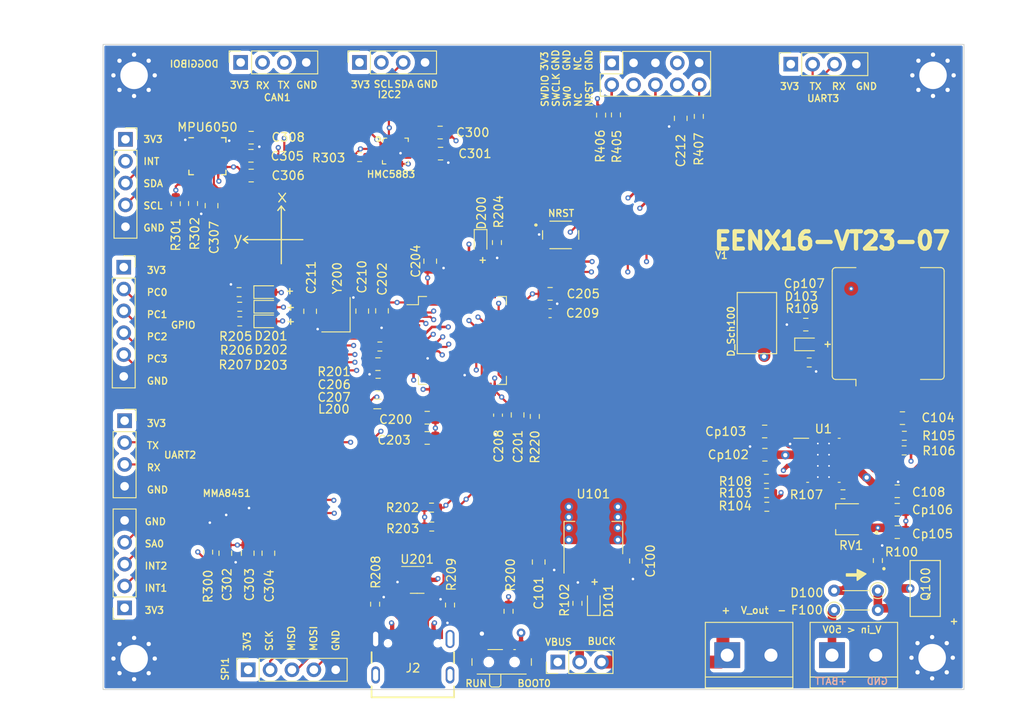
<source format=kicad_pcb>
(kicad_pcb (version 20221018) (generator pcbnew)
  (layers (0 "F.Cu" signal "Signal") (1 "In1.Cu" signal "GND") (2 "In2.Cu" signal "3V3") (31 "B.Cu" signal "GND_bottom") (34 "B.Paste" user) (35 "F.Paste" user) (36 "B.SilkS" user "B.Silkscreen") (37 "F.SilkS" user "F.Silkscreen") (38 "B.Mask" user) (39 "F.Mask" user) (44 "Edge.Cuts" user))
  (net 0 "")
  (net 1 "GND")
  (net 2 "+3.3V")
  (net 3 "/Power circuitery/VCC_LM5017")
  (net 4 "+3.3VA")
  (net 5 "Net-(U200-PH0)")
  (net 6 "Net-(C211-Pad1)")
  (net 7 "Net-(J200-Pin_10)")
  (net 8 "Net-(HMC5883-12(SETC))")
  (net 9 "Net-(HMC5883-8(SETP))")
  (net 10 "Net-(HMC5883-10(C1))")
  (net 11 "Net-(MPU6050-REGOUT)")
  (net 12 "S_reg_in")
  (net 13 "Net-(Cp105-Pad1)")
  (net 14 "SW_REG_OUT")
  (net 15 "Net-(MPU6050-CPOUT)")
  (net 16 "Net-(D100-K)")
  (net 17 "Net-(D100-A)")
  (net 18 "Net-(D101-K)")
  (net 19 "LED1")
  (net 20 "LED2")
  (net 21 "LED3")
  (net 22 "LED4")
  (net 23 "+BATT")
  (net 24 "Net-(D103-K)")
  (net 25 "Net-(D200-K)")
  (net 26 "Net-(D201-K)")
  (net 27 "SWO")
  (net 28 "Net-(D202-K)")
  (net 29 "Net-(D203-K)")
  (net 30 "CAN1_RX")
  (net 31 "CAN1_TX")
  (net 32 "I2C2_SCL")
  (net 33 "I2C2_SDA")
  (net 34 "UART2_TX")
  (net 35 "UART2_RX")
  (net 36 "UART3_TX")
  (net 37 "UART3_RX")
  (net 38 "SPI1_SCK")
  (net 39 "SPI1_MISO")
  (net 40 "SPI1_MOSI")
  (net 41 "INT1")
  (net 42 "INT2")
  (net 43 "SA0")
  (net 44 "PC0")
  (net 45 "PC1")
  (net 46 "PC2")
  (net 47 "PC3")
  (net 48 "+5V")
  (net 49 "USB_CONN_D-")
  (net 50 "USB_CONN_D+")
  (net 51 "/Sensors/AUX_SDA")
  (net 52 "/Sensors/INT")
  (net 53 "/STM32 and Connectivity/BOOT0")
  (net 54 "Net-(HMC5883-4(S1))")
  (net 55 "MPU6050_AD0")
  (net 56 "SWDIO")
  (net 57 "SWCLK")
  (net 58 "NRST")
  (net 61 "Net-(J200-Pin_2)")
  (net 62 "Net-(J200-Pin_4)")
  (net 68 "USB_D-")
  (net 69 "USB_D+")
  (net 78 "Net-(U1-RON)")
  (net 79 "Net-(SW200-B)")
  (net 80 "Net-(U200-PH1)")
  (net 94 "/Power circuitery/LinReg_in")
  (net 97 "/Power circuitery/BST")
  (net 98 "/Power circuitery/SW")
  (net 99 "/Power circuitery/FB")
  (net 100 "/Power circuitery/ULVO")
  (net 102 "/Sensors/AUX_SCL")
  (net 110 "/Sensors/BYP")
  (net 121 "Net-(J2-CC1)")
  (net 123 "Net-(J2-CC2)")
  (net 125 "Net-(U200-VCAP_1)")
  (net 126 "Net-(U200-VCAP_2)")
  (footprint "Resistor_SMD:R_0603_1608Metric" (layer "F.Cu") (at 131.6 140.075 -90)
    (fp_text reference "R208")
    (fp_text value "5k1")
  )
  (footprint "Connector_PinHeader_2.54mm:PinHeader_1x03_P2.54mm_Vertical" (layer "F.Cu") (at 152.82 146.8 90)
    (fp_text reference "JP100" hide)
    (fp_text value "Jumper_3_Open")
  )
  (footprint "Capacitor_SMD:C_0805_2012Metric" (layer "F.Cu") (at 112.6 93.75 -90)
    (fp_text reference "C307")
    (fp_text value "0u1")
  )
  (footprint "FSV10150_Shottcky diode:TO-277" (layer "F.Cu") (at 175.95 107.4 90)
    (fp_text reference "D_Sch100")
    (fp_text value "D_Schottky_Small")
  )
  (footprint "Resistor_SMD:R_0603_1608Metric" (layer "F.Cu") (at 190 135 90)
    (fp_text reference "R100")
    (fp_text value "10k")
  )
  (footprint "Resistor_SMD:R_0603_1608Metric" (layer "F.Cu") (at 177.1 128.75)
    (fp_text reference "R104")
    (fp_text value "14k")
  )
  (footprint "Capacitor_SMD:C_0805_2012Metric" (layer "F.Cu") (at 151.925 104)
    (fp_text reference "C205")
    (fp_text value "100n")
  )
  (footprint "Resistor_SMD:R_0603_1608Metric" (layer "F.Cu") (at 112.2 134.025 -90)
    (fp_text reference "R300")
    (fp_text value "10k")
  )
  (footprint "LED_SMD:LED_0603_1608Metric" (layer "F.Cu") (at 181.825 109.875)
    (fp_text reference "D103")
    (fp_text value "RED")
  )
  (footprint "Connector_PinSocket_2.54mm:PinSocket_1x04_P2.54mm_Vertical" (layer "F.Cu") (at 129.78 77.1 90)
    (fp_text reference "J203" hide)
    (fp_text value "Conn_01x04")
  )
  (footprint "Capacitor_SMD:C_0805_2012Metric" (layer "F.Cu") (at 132.4 105.975 -90)
    (fp_text reference "C202")
    (fp_text value "100n")
  )
  (footprint "Resistor_SMD:R_0603_1608Metric" (layer "F.Cu") (at 115.875 105.5)
    (fp_text reference "R206")
    (fp_text value "1k")
  )
  (footprint "Capacitor_SMD:C_0805_2012Metric" (layer "F.Cu") (at 139.2 87.7)
    (fp_text reference "C301")
    (fp_text value "4u7")
  )
  (footprint "Crystal:Crystal_SMD_3225-4Pin_3.2x2.5mm" (layer "F.Cu") (at 127.05 106.425 90)
    (fp_text reference "Y200")
    (fp_text value "16Mhz")
  )
  (footprint "Resistor_SMD:R_0603_1608Metric" (layer "F.Cu") (at 177.05 125.5)
    (fp_text reference "R108")
    (fp_text value "499k")
  )
  (footprint "USB_C-USB4105-GF-A:GCT_USB4105-GF-A" (layer "F.Cu") (at 135.98 148.3)
    (fp_text reference "J2")
    (fp_text value "USB_C_Receptacle_USB2.0")
  )
  (footprint "Capacitor_SMD:C_0805_2012Metric" (layer "F.Cu") (at 192.85 118.45 180)
    (fp_text reference "C104")
    (fp_text value "10nF")
  )
  (footprint "Resistor_SMD:R_0603_1608Metric" (layer "F.Cu") (at 145.75 98.0375 90)
    (fp_text reference "R204")
    (fp_text value "1k")
  )
  (footprint "Added footprints:PLCC16-0.5-3X3MM" (layer "F.Cu") (at 132.45 88.9)
    (property "VALUE" "HMC5883L")
    (fp_text reference "HMC5883")
    (fp_text value "HMC5883L" hide)
  )
  (footprint "Capacitor_SMD:C_0805_2012Metric" (layer "F.Cu") (at 117.2 90.25)
    (fp_text reference "C306")
    (fp_text value "10n")
  )
  (footprint "Added footprints:TRIM_TC33X-2-103E" (layer "F.Cu") (at 186.9 130.2 180)
    (fp_text reference "RV1")
    (fp_text value "R_Potentiometer_Small")
  )
  (footprint "Package_QFP:LQFP-64_10x10mm_P0.5mm" (layer "F.Cu") (at 141.74 109.42)
    (fp_text reference "U200" hide)
    (fp_text value "STM32F405RGT6")
  )
  (footprint "Capacitor_SMD:C_0805_2012Metric" (layer "F.Cu") (at 117.175 87.95)
    (fp_text reference "C305")
    (fp_text value "0u1")
  )
  (footprint "Connector_PinSocket_2.54mm:PinSocket_2x05_P2.54mm_Vertical" (layer "F.Cu") (at 159.08 77.15 90)
    (fp_text reference "J200" hide)
    (fp_text value "Conn_02x05_Odd_Even")
  )
  (footprint "Capacitor_SMD:C_0805_2012Metric" (layer "F.Cu") (at 119.2 134.15 -90)
    (fp_text reference "C304")
    (fp_text value "0u1")
  )
  (footprint "Capacitor_SMD:C_0603_1608Metric" (layer "F.Cu") (at 145.875 118.1 -90)
    (fp_text reference "C208")
    (fp_text value "2u2")
  )
  (footprint "Resistor_SMD:R_0603_1608Metric" (layer "F.Cu") (at 140.3 140.175 -90)
    (fp_text reference "R209")
    (fp_text value "5k1")
  )
  (footprint "Connector_PinSocket_2.54mm:PinSocket_1x04_P2.54mm_Vertical" (layer "F.Cu") (at 102.5 118.75)
    (fp_text reference "J204" hide)
    (fp_text value "Conn_01x04")
  )
  (footprint "Added footprints:bsp171" (layer "F.Cu") (at 195.5 138.25)
    (fp_text reference "Q100")
    (fp_text value "BSP 171")
  )
  (footprint "Resistor_SMD:R_0603_1608Metric" (layer "F.Cu") (at 138.175 131.05 180)
    (fp_text reference "R203")
    (fp_text value "2k2")
  )
  (footprint "LED_SMD:LED_0603_1608Metric" (layer "F.Cu") (at 119.0125 107.2)
    (fp_text reference "D203")
    (fp_text value "R")
  )
  (footprint "Capacitor_SMD:C_0805_2012Metric" (layer "F.Cu") (at 131.925 112.175 180)
    (fp_text reference "C206")
    (fp_text value "1u")
  )
  (footprint "Capacitor_SMD:C_0805_2012Metric" (layer "F.Cu") (at 161.9 135.05 -90)
    (fp_text reference "C100")
    (fp_text value "10u")
  )
  (footprint "Resistor_SMD:R_0603_1608Metric" (layer "F.Cu") (at 185.95 127.3)
    (fp_text reference "R107")
    (fp_text value "1k")
  )
  (footprint "Resistor_SMD:R_0603_1608Metric" (layer "F.Cu") (at 159.575 83.2 -90)
    (fp_text reference "R405")
    (fp_text value "22")
  )
  (footprint "Connector_PinSocket_2.54mm:PinSocket_1x05_P2.54mm_Vertical" (layer "F.Cu") (at 102.6 86.04)
    (fp_text reference "J4" hide)
    (fp_text value "Conn_01x05")
  )
  (footprint "Resistor_SMD:R_0603_1608Metric" (layer "F.Cu") (at 193.05 122.2)
    (fp_text reference "R106")
    (fp_text value "4M7")
  )
  (footprint "TerminalBlock:TerminalBlock_bornier-2_P5.08mm" (layer "F.Cu") (at 184.67 146)
    (fp_text reference "J100" hide)
    (fp_text value "Screw_Terminal_01x02")
  )
  (footprint "Capacitor_SMD:C_0805_2012Metric" (layer "F.Cu") (at 116.8 134.15 -90)
    (fp_text reference "C303")
    (fp_text value "0u1")
  )
  (footprint "Capacitor_SMD:C_0805_2012Metric" (layer "F.Cu") (at 148.15 118.075 -90)
    (fp_text reference "C201")
    (fp_text value "100n")
  )
  (footprint "Capacitor_SMD:C_0805_2012Metric" (layer "F.Cu") (at 137.65 118.4 180)
    (fp_text reference "C200")
    (fp_text value "4u7")
  )
  (footprint "Resistor_SMD:R_0603_1608Metric" (layer "F.Cu") (at 177.075 127.15 180)
    (fp_text reference "R103")
    (fp_text value "127k")
  )
  (footprint "Resistor_SMD:R_0603_1608Metric" (layer "F.Cu") (at 138.15 128.85 180)
    (fp_text reference "R202")
    (fp_text value "2k2")
  )
  (footprint "Capacitor_SMD:C_0805_2012Metric" (layer "F.Cu") (at 150.6 135.175 -90)
    (fp_text reference "C101")
    (fp_text value "10u")
  )
  (footprint "Package_TO_SOT_SMD:SOT-223-3_TabPin2" (layer "F.Cu") (at 156.95 132.3625 90)
    (fp_text reference "U101")
    (fp_text value "LVR 3.3V")
  )
  (footprint "Inductor_SMD:L_0805_2012Metric_Pad1.05x1.20mm_HandSolder" (layer "F.Cu") (at 131.85 116.8)
    (fp_text reference "L200")
    (fp_text value "10u")
  )
  (footprint "Resistor_SMD:R_0603_1608Metric" (layer "F.Cu") (at 169.2 83.375 -90)
    (fp_text reference "R407")
    (fp_text value "22")
  )
  (footprint "Resistor_SMD:R_0603_1608Metric" (layer "F.Cu") (at 155.1 139.975 -90)
    (fp_text reference "R102")
    (fp_text value "1k")
  )
  (footprint "Resistor_SMD:R_0603_1608Metric" (layer "F.Cu") (at 147.1 140.9 90)
    (fp_text reference "R200")
    (fp_text value "10k")
  )
  (footprint "Capacitor_SMD:C_0805_2012Metric" (layer "F.Cu") (at 139.15 85.25)
    (fp_text reference "C300")
    (fp_text value "0u22")
  )
  (footprint "Connector_PinSocket_2.54mm:PinSocket_1x04_P2.54mm_Vertical" (layer "F.Cu") (at 179.88 77.3 90)
    (fp_text reference "J205" hide)
    (fp_text value "Conn_01x04")
  )
  (footprint "MountingHole:MountingHole_3.2mm_M3_Pad_Via" (layer "F.Cu") (at 196.402944 78.597056)
    (fp_text reference "H3" hide)
    (fp_text value "MountingHole_Pad")
  )
  (footprint "Capacitor_SMD:C_0805_2012Metric" (layer "F.Cu") (at 137.65 120.75 180)
    (fp_text reference "C203")
    (fp_text value "100n")
  )
  (footprint "Capacitor_SMD:C_0805_2012Metric" (layer "F.Cu") (at 130.1 106 90)
    (fp_text reference "C210")
    (fp_text value "12p")
  )
  (footprint "Resistor_SMD:R_0603_1608Metric" (layer "F.Cu") (at 108.45 93.525 -90)
    (fp_text reference "R301")
    (fp_text value "100")
  )
  (footprint "MountingHole:MountingHole_3.2mm_M3_Pad_Via" (layer "F.Cu") (at 196.302944 146.297056)
    (fp_text reference "H1" hide)
    (fp_text value "MountingHole_Pad")
  )
  (footprint "Capacitor_SMD:C_0805_2012Metric" (layer "F.Cu") (at 117.2 85.85)
    (fp_text reference "C308")
    (fp_text value "2n2")
  )
  (footprint "MMA8451QR1_3axis_acce:QFN50P300X300X100-16N" (layer "F.Cu") (at 114.67 129.9906 180)
    (fp_text reference "MMA8451")
    (fp_text value "MMA8451QR1")
  )
  (footprint "Connector_PinSocket_2.54mm:PinSocket_1x05_P2.54mm_Vertical" (layer "F.Cu") (at 102.5 140.5 180)
    (fp_text reference "J208" hide)
    (fp_text value "Conn_01x05")
  )
  (footprint "Connector_PinSocket_2.54mm:PinSocket_1x06_P2.54mm_Vertical" (layer "F.Cu") (at 102.4 100.9)
    (fp_text reference "J3" hide)
    (fp_text value "Conn_01x06")
  )
  (footprint "Resistor_SMD:R_0603_1608Metric" (layer "F.Cu") (at 193.075 120.5)
    (fp_text reference "R105")
    (fp_text value "47k")
  )
  (footprint "TerminalBlock:TerminalBlock_bornier-2_P5.08mm" (layer "F.Cu") (at 172.5 146)
    (fp_text reference "J1" hide)
    (fp_text value "Screw_Terminal_01x02")
  )
  (footprint "Button_Switch_SMD:SW_SPDT_PCM12" (layer "F.Cu") (at 146.3 146.47)
    (fp_text reference "SW200" hide)
    (fp_text value "BOOT0")
  )
  (footprint "Connector_PinSocket_2.54mm:PinSocket_1x04_P2.54mm_Vertical" (layer "F.Cu") (at 115.98 77.1 90)
    (fp_text reference "J201" hide)
    (fp_text value "Conn_01x04")
  )
  (footprint "Capacitor_SMD:C_0805_2012Metric" (layer "F.Cu") (at 192.25 131.7 180)
    (fp_text reference "Cp105")
    (fp_text value "3u3F")
  )
  (footprint "Capacitor_SMD:C_0805_2012Metric" (layer "F.Cu") (at 138 100.2 90)
    (fp_text reference "C204")
    (fp_text value "100n")
  )
  (footprint "Capacitor_SMD:C_0805_2012Metric" (layer "F.Cu") (at 192.25 129.1)
    (fp_text reference "Cp106")
    (fp_text value "0u1")
  )
  (footprint "Capacitor_SMD:C_0805_2012Metric" (layer "F.Cu") (at 176.85 120 180)
    (fp_text reference "Cp103")
    (fp_text value "2u2F/50V")
  )
  (footprint "Capacitor_SMD:C_0805_2012Metric" (layer "F.Cu") (at 176.875 122.7 180)
    (fp_text reference "Cp102")
    (fp_text value "0u47F/50V")
  )
  (footprint "Capacitor_SMD:C_0805_2012Metric" (layer "F.Cu") (at 131.95 114.55 180)
    (fp_text reference "C207")
    (fp_text value "10n")
  )
  (footprint "LED_SMD:LED_0603_1608Metric" (layer "F.Cu") (at 119 103.8)
    (fp_text reference "D201")
    (fp_text value "B")
  )
  (footprint "Capacitor_SMD:C_0805_2012Metric" (layer "F.Cu") (at 114.2 134.15 -90)
    (fp_text reference "C302")
    (fp_text value "4u7")
  )
  (footprint "Sensor_Motion:InvenSense_QFN-24_4x4mm_P0.5mm" (layer "F.Cu") (at 112.12 88)
    (fp_text reference "MPU6050")
    (fp_text value "MPU-6050")
  )
  (footprint "Resistor_THT:R_Axial_DIN0204_L3.6mm_D1.6mm_P5.08mm_Vertical" (layer "F.Cu") (at 184.92 140.75)
    (fp_text reference "F100")
    (fp_text value "500mA")
  )
  (footprint "MountingHole:MountingHole_3.2mm_M3_Pad_Via" (layer "F.Cu") (at 103.602944 146.397056)
    (fp_text reference "H2" hide)
    (fp_text value "MountingHole_Pad")
  )
  (footprint "Capacitor_SMD:C_0805_2012Metric" (layer "F.Cu") (at 192.25 126.95 180)
    (fp_text reference "C108")
    (fp_text value "1uF")
  )
  (footprint "LED_SMD:LED_0603_1608Metric" (layer "F.Cu") (at 143.85 98.0125 -90)
    (fp_text reference "D200")
    (fp_text value "Yellow")
  )
  (footprint "Connector_PinSocket_2.54mm:PinSocket_1x05_P2.54mm_Vertical" (layer "F.Cu") (at 116.86 147.7 90)
    (fp_text reference "J207" hide)
    (fp_text value "Conn_01x05")
  )
  (footprint "Resistor_SMD:R_0603_1608Metric" (layer "F.Cu") (at 132.15 110.125)
    (fp_text reference "R201")
    (fp_text value "0")
  )
  (footprint "Package_SO:SOIC-8-1EP_3.9x4.9mm_P1.27mm_EP2.95x4.9mm_Mask2.71x3.4mm_ThermalVias" (layer "F.Cu") (at 183.675 123.35)
    (fp_text reference "U1")
    (fp_text value "LM5017MR")
  )
  (footprint "Package_TO_SOT_SMD:SOT-23-6" (layer "F.Cu") (at 136.4825 137.25)
    (fp_text reference "U201")
    (fp_text value "USBLC6-2SC6")
  )
  (footprint "Resistor_SMD:R_0603_1608Metric" (layer "F.Cu") (at 115.875 107.2)
    (fp_text reference "R207")
    (fp_text value "1k")
  )
  (footprint "MountingHole:MountingHole_3.2mm_M3_Pad_Via" (layer "F.Cu") (at 103.6 78.6)
    (fp_text reference "H4" hide)
    (fp_text value "MountingHole_Pad")
  )
  (footprint "SMD_PUSH_BUTTON-SKRPACE010:SW_SKRPACE010" (layer "F.Cu") (at 153.150152 97.15)
    (fp_text reference "SW1" hide)
    (fp_text value "SW_Push")
  )
  (footprint "LED_SMD:LED_0603_1608Metric" (layer "F.Cu") (at 157 139.9 90)
    (fp_text reference "D101")
    (fp_text value "RED")
  )
  (footprint "Inductor_SMD:L_Bourns_SRR1208_12.7x12.7mm" (layer "F.Cu") (at 191.2 107.45 90)
    (fp_text reference "L100" hide)
    (fp_text value "220u")
  )
  (footprint "Resistor_SMD:R_0603_1608Metric" (layer "F.Cu") (at 157.85 83.225 -90)
    (fp_text reference "R406")
    (fp_text value "22")
  )
  (footprint "Resistor_SMD:R_0603_1608Metric" (layer "F.Cu") (at 150.15 118.25 -90)
    (fp_text reference "R220")
    (fp_text value "10k")
  )
  (footprint "Capacitor_SMD:C_0805_2012Metric" (layer "F.Cu") (at 124.05 106.025 -90)
    (fp_text reference "C211")
    (fp_text value "12p")
  )
  (footprint "Resistor_SMD:R_0603_1608Metric" (layer "F.Cu") (at 110.45 93.5 90)
    (fp_text reference "R302")
    (fp_text value "100")
  )
  (footprint "LED_SMD:LED_0603_1608Metric" (layer "F.Cu") (at 119.0125 105.5)
    (fp_text reference "D202")
    (fp_text value "G")
  )
  (footprint "Resistor_SMD:R_0603_1608Metric" (layer "F.Cu") (at 115.8 103.8)
    (fp_text reference "R205")
    (fp_text value "1k")
  )
  (footprint "Capacitor_SMD:C_0603_1608Metric" (layer "F.Cu") (at 151.925 106.25)
    (fp_text reference "C209")
    (fp_text value "2u2")
  )
  (footprint "Resistor_THT:R_Axial_DIN0204_L3.6mm_D1.6mm_P5.08mm_Vertical" (layer "F.Cu") (at 190 138.5 180)
    (fp_text reference "D100")
    (fp_text value "D_Zener_Small")
  )
  (footprint "Capacitor_SMD:C_0805_2012Metric_Pad1.18x1.45mm_HandSolder" (layer "F.Cu") (at 181.625 107.575 180)
    (fp_text reference "Cp107")
    (fp_text value "22u/25")
  )
  (footprint "Resistor_SMD:R_0603_1608Metric" (layer "F.Cu") (at 129.8 88.1)
    (fp_text reference "R303")
    (fp_text value "22")
  )
  (footprint "Resistor_SMD:R_0603_1608Metric" (layer "F.Cu") (at 182.025 111.975 180)
    (fp_text reference "R109")
    (fp_text value "10k")
  )
  (footprint "Capacitor_SMD:C_0805_2012Metric" (layer "F.Cu") (at 167.1 83.6 -90)
    (fp_text reference "C212")
    (fp_text value "100n")
  )
  (gr_line (start 120.7 93.8) (end 121.1 94.3) (stroke (width 0.15)) (layer "F.SilkS"))
  (gr_poly (pts (xy 186.35 136.55) (xy 187.6 136.55) (xy 187.6 136.05) (xy 188.6 136.55) (xy 187.6 137.3) (xy 187.6 136.8) (xy 186.35 136.8)) (stroke (width 0.15)) (fill solid) (layer "F.SilkS"))
  (gr_line (start 120.7 93.8) (end 120.3 94.3) (stroke (width 0.15)) (layer "F.SilkS"))
  (gr_line (start 120.3 94.3) (end 120.7 93.8) (stroke (width 0.15)) (layer "F.SilkS"))
  (gr_line (start 116.3 97.7) (end 116.8 97.3) (stroke (width 0.15)) (layer "F.SilkS"))
  (gr_line (start 120.7 100.5) (end 120.7 93.8) (stroke (width 0.15)) (layer "F.SilkS"))
  (gr_line (start 123.2 97.7) (end 116.3 97.7) (stroke (width 0.15)) (layer "F.SilkS"))
  (gr_line (start 116.8 98.1) (end 116.3 97.7) (stroke (width 0.15)) (layer "F.SilkS"))
  (gr_line (start 116.3 97.7) (end 116.8 98.1) (stroke (width 0.15)) (layer "F.SilkS"))
  (gr_rect (start 100 75) (end 200 150) (stroke (width 0.1)) (fill none) (layer "Edge.Cuts"))
  (gr_text "GND" (at 191.25 149.5) (layer "B.SilkS") (effects (font (size 0.8 0.8) (thickness 0.15) bold) (justify left bottom mirror)))
  (gr_text "+BATT" (at 186.5 149.5) (layer "B.SilkS") (effects (font (size 0.8 0.8) (thickness 0.15) bold) (justify left bottom mirror)))
  (gr_text "SCL" (at 131.35 80.1) (layer "F.SilkS") (effects (font (size 0.8 0.8) (thickness 0.15) bold) (justify left bottom)))
  (gr_text "3V3\n\nINT\n\nSDA\n\nSCL\n\nGND" (at 104.6 96.8) (layer "F.SilkS") (effects (font (size 0.8 0.8) (thickness 0.15) bold) (justify left bottom)))
  (gr_text "V_in < 50V" (at 190.5 143.5) (layer "F.SilkS") (effects (font (size 0.8 0.8) (thickness 0.15) bold) (justify left bottom mirror)))
  (gr_text "+" (at 121.1 104.1) (layer "F.SilkS") (effects (font (size 0.8 0.8) (thickness 0.15) bold) (justify left bottom)))
  (gr_text "3V3\n\nSCK\n\nMISO\n\nMOSI\n\nGND" (at 127.5 145.6 90) (layer "F.SilkS") (effects (font (size 0.8 0.8) (thickness 0.15) bold) (justify left bottom)))
  (gr_text "NRST\n" (at 151.6 95.1) (layer "F.SilkS") (effects (font (size 0.8 0.8) (thickness 0.15) bold) (justify left bottom)))
  (gr_text "CAN1" (at 118.6 81.65) (layer "F.SilkS") (effects (font (size 0.8 0.8) (thickness 0.15) bold) (justify left bottom)))
  (gr_text "GND" (at 122.35 80.2) (layer "F.SilkS") (effects (font (size 0.8 0.8) (thickness 0.15) bold) (justify left bottom)))
  (gr_text "I2C2" (at 131.8 81.3) (layer "F.SilkS") (effects (font (size 0.8 0.8) (thickness 0.15) bold) (justify left bottom)))
  (gr_text "y\n" (at 115 98.4) (layer "F.SilkS") (effects (font (size 1.5 1.5) (thickness 0.15) bold) (justify left bottom)))
  (gr_text "RUN" (at 142 149.75) (layer "F.SilkS") (effects (font (size 0.8 0.8) (thickness 0.15) bold) (justify left bottom)))
  (gr_text "DOGGIBOI" (at 113.5 77.75) (layer "F.SilkS") (effects (font (size 0.8 0.8) (thickness 0.15) bold) (justify left bottom mirror)))
  (gr_text "+" (at 156.5 137.9) (layer "F.SilkS") (effects (font (size 0.8 0.8) (thickness 0.15) bold) (justify left bottom)))
  (gr_text "VBUS" (at 151.25 144.95) (layer "F.SilkS") (effects (font (size 0.8 0.8) (thickness 0.15) bold) (justify left bottom)))
  (gr_text "3V3" (at 114.65 80.2) (layer "F.SilkS") (effects (font (size 0.8 0.8) (thickness 0.15) bold) (justify left bottom)))
  (gr_text "3V3  TX  RX  GND" (at 178.55 80.35) (layer "F.SilkS") (effects (font (size 0.8 0.8) (thickness 0.15) bold) (justify left bottom)))
  (gr_text "GND" (at 136.35 80.1) (layer "F.SilkS") (effects (font (size 0.8 0.8) (thickness 0.15) bold) (justify left bottom)))
  (gr_text "-" (at 178.25 141.25) (layer "F.SilkS") (effects (font (size 0.8 0.8) (thickness 0.15) bold) (justify left bottom)))
  (gr_text "3V3\n\nPC0\n\nPC1\n\nPC2\n\nPC3\n\nGND" (at 105 114.6) (layer "F.SilkS") (effects (font (size 0.8 0.8) (thickness 0.15) bold) (justify left bottom)))
  (gr_text "EENX16-VT23-07" (at 170.75 99) (layer "F.SilkS") (effects (font (size 2 2) (thickness 0.5) bold) (justify left bottom)))
  (gr_text "BOOT0" (at 148.05 149.75) (layer "F.SilkS") (effects (font (size 0.8 0.8) (thickness 0.15) bold) (justify left bottom)))
  (gr_text "SWDIO\nSWCLK\nSW0\nNC\nNRST" (at 156.95 82.35 90) (layer "F.SilkS") (effects (font (size 0.8 0.8) (thickness 0.15) bold) (justify left bottom)))
  (gr_text "BUCK" (at 156.2 144.85) (layer "F.SilkS") (effects (font (size 0.8 0.8) (thickness 0.15) bold) (justify left bottom)))
  (gr_text "3V3" (at 128.7 80.15) (layer "F.SilkS") (effects (font (size 0.8 0.8) (thickness 0.15) bold) (justify left bottom)))
  (gr_text "+" (at 171.75 141.25) (layer "F.SilkS") (effects (font (size 0.8 0.8) (thickness 0.15) bold) (justify left bottom)))
  (gr_text "+" (at 121.2 107.65) (layer "F.SilkS") (effects (font (size 0.8 0.8) (thickness 0.15) bold) (justify left bottom)))
  (gr_text "GPIO" (at 107.8 108.1) (layer "F.SilkS") (effects (font (size 0.8 0.8) (thickness 0.15) bold) (justify left bottom)))
  (gr_text "RX" (at 117.65 80.25) (layer "F.SilkS") (effects (font (size 0.8 0.8) (thickness 0.15) bold) (justify left bottom)))
  (gr_text "SDA" (at 133.75 80.1) (layer "F.SilkS") (effects (font (size 0.8 0.8) (thickness 0.15) bold) (justify left bottom)))
  (gr_text "GND\n\nSA0\n\nINT2\n\nINT1\n\n3V3" (at 104.75 141.25) (layer "F.SilkS") (effects (font (size 0.8 0.8) (thickness 0.15) bold) (justify left bottom)))
  (gr_text "UART3" (at 181.7 81.75) (layer "F.SilkS") (effects (font (size 0.8 0.8) (thickness 0.15) bold) (justify left bottom)))
  (gr_text "TX" (at 120.2 80.2) (layer "F.SilkS") (effects (font (size 0.8 0.8) (thickness 0.15) bold) (justify left bottom)))
  (gr_text "3V3\nGND\nGND\nNC\nGND" (at 156.9 78.15 90) (layer "F.SilkS") (effects (font (size 0.8 0.8) (thickness 0.15) bold) (justify left bottom)))
  (gr_text "+" (at 143.5 100.5) (layer "F.SilkS") (effects (font (size 0.8 0.8) (thickness 0.15) bold) (justify left bottom)))
  (gr_text "+" (at 198.25 142.5) (layer "F.SilkS") (effects (font (size 0.8 0.8) (thickness 0.15) bold) (justify left bottom)))
  (gr_text "3V3\n\nTX\n\nRX\n\nGND" (at 105 127.25) (layer "F.SilkS") (effects (font (size 0.8 0.8) (thickness 0.15) bold) (justify left bottom)))
  (gr_text "V_out" (at 174 141.25) (layer "F.SilkS") (effects (font (size 0.8 0.8) (thickness 0.15) bold) (justify left bottom)))
  (gr_text "x" (at 120.1 93.5) (layer "F.SilkS") (effects (font (size 1.5 1.5) (thickness 0.15) bold) (justify left bottom)))
  (gr_text "V1" (at 171 100) (layer "F.SilkS") (effects (font (size 0.8 0.8) (thickness 0.15) bold) (justify left bottom)))
  (gr_text "UART2" (at 107 123.2) (layer "F.SilkS") (effects (font (size 0.8 0.8) (thickness 0.15) bold) (justify left bottom)))
  (gr_text "+" (at 121.2 106) (layer "F.SilkS") (effects (font (size 0.8 0.8) (thickness 0.15) bold) (justify left bottom)))
  (gr_text "SPI1" (at 114.65 149.05 90) (layer "F.SilkS") (effects (font (size 0.8 0.8) (thickness 0.15) bold) (justify left bottom)))
  (gr_text "+" (at 183.575 110.275) (layer "F.SilkS") (effects (font (size 0.8 0.8) (thickness 0.15) bold) (justify left bottom)))
  (segment (start 132.35 107.95) (end 132.4 108) (width 0.25) (layer "F.Cu") (net 1))
  (segment (start 179.8 121.45) (end 179.795 121.445) (width 1) (layer "F.Cu") (net 1))
  (segment (start 175.9 122.675) (end 175.925 122.7) (width 0.25) (layer "F.Cu") (net 1))
  (segment (start 155.15 137.55) (end 155.1 137.5) (width 1) (layer "F.Cu") (net 1))
  (segment (start 142.614975 113.45) (end 142 113.45) (width 0.25) (layer "F.Cu") (net 1))
  (segment (start 137.7 111.45) (end 137.4 111.15) (width 0.3) (layer "F.Cu") (net 1))
  (segment (start 179.795 121.445) (end 179.755 121.445) (width 1) (layer "F.Cu") (net 1))
  (segment (start 152.7 106.25) (end 152.7 104.55) (width 0.3) (layer "F.Cu") (net 1))
  (segment (start 136.7 120.75) (end 136.7 118.4) (width 0.25) (layer "F.Cu") (net 1))
  (segment (start 124.925 108.1) (end 124.95 108.125) (width 0.25) (layer "F.Cu") (net 1))
  (segment (start 139.18 143.07) (end 139.18 143.545) (width 0.25) (layer "F.Cu") (net 1))
  (segment (start 137.7 111.5) (end 137.7 111.45) (width 0.3) (layer "F.Cu") (net 1))
  (segment (start 111.4 94.7) (end 110.825 94.7) (width 0.25) (layer "F.Cu") (net 1))
  (segment (start 192.35 126.1) (end 192.425 126.175) (width 0.25) (layer "F.Cu") (net 1))
  (segment (start 140 88.75) (end 140.05 88.7) (width 0.25) (layer "F.Cu") (net 1))
  (segment (start 118.125 85.875) (end 118.15 85.85) (width 0.25) (layer "F.Cu") (net 1))
  (segment (start 143.49 115.095) (end 143.49 114.325025) (width 0.25) (layer "F.Cu") (net 1))
  (segment (start 112.6 94.7) (end 111.4 94.7) (width 0.25) (layer "F.Cu") (net 1))
  (segment (start 134.2 137.45) (end 134.2 137.5) (width 0.25) (layer "F.Cu") (net 1))
  (segment (start 124.95 108.125) (end 125.2 108.125) (width 0.25) (layer "F.Cu") (net 1))
  (segment (start 113.35 91.75) (end 116.65 91.75) (width 0.25) (layer "F.Cu") (net 1))
  (segment (start 152.425 136.125) (end 154.0375 136.125) (width 1) (layer "F.Cu") (net 1))
  (segment (start 179.805 121.445) (end 179.8 121.45) (width 1) (layer "F.Cu") (net 1))
  (segment (start 113.4 129.4826) (end 114.0826 129.4826) (width 0.25) (layer "F.Cu") (net 1))
  (segment (start 115.05 103.05) (end 114.9 102.9) (width 0.25) (layer "F.Cu") (net 1))
  (segment (start 114.85 102.9) (end 114.85 102.85) (width 0.25) (layer "F.Cu") (net 1))
  (segment (start 131 112.2) (end 130.975 112.175) (width 0.25) (layer "F.Cu") (net 1))
  (segment (start 114.85 102.85) (end 114.85 102.85) (width 0.25) (layer "F.Cu") (net 1))
  (segment (start 192.425 126.175) (end 193.2 126.95) (width 0.3) (layer "F.Cu") (net 1))
  (segment (start 137.75 111.5) (end 137.7 111.5) (width 0.3) (layer "F.Cu") (net 1))
  (segment (start 140.3 139.35) (end 140.15 139.5) (width 0.25) (layer "F.Cu") (net 1))
  (segment (start 134.55 87.65) (end 134.55 87.75) (width 0.25) (layer "F.Cu") (net 1))
  (segment (start 145.575 120.3) (end 145.575 120.3) (width 0.25) (layer "F.Cu") (net 1))
  (segment (start 152.375 136.125) (end 152.4 136.1) (width 1) (layer "F.Cu") (net 1))
  (segment (start 144.05 143.45) (end 144.1 143.4) (width 0.5) (layer "F.Cu") (net 1))
  (segment (start 150.6 136.125) (end 152.375 136.125) (width 1) (layer "F.Cu") (net 1))
  (segment (start 161.55 136.35) (end 161.9 136) (width 1) (layer "F.Cu") (net 1))
  (segment (start 129.525 104.475) (end 130.1 105.05) (width 0.25) (layer "F.Cu") (net 1))
  (segment (start 114.3 135.2) (end 114.2 135.1) (width 0.25) (layer "F.Cu") (net 1))
  (segment (start 180.5875 107.575) (end 179.425 107.575) (width 1) (layer "F.Cu") (net 1))
  (segment (start 145.575 120.3) (end 145.5 120.375) (width 0.25) (layer "F.Cu") (net 1))
  (segment (start 118.125 87.95) (end 118.125 85.875) (width 0.25) (layer "F.Cu") (net 1))
  (segment (start 119.2 135.1) (end 116.8 135.1) (width 0.5) (layer "F.Cu") (net 1))
  (segment (start 138.49 115.095) (end 138.49 113.988529) (width 0.3) (layer "F.Cu") (net 1))
  (segment (start 112.5014 130.4986) (end 112.4 130.6) (width 0.25) (layer "F.Cu") (net 1))
  (segment (start 140.15 88) (end 140.15 87.7) (width 0.25) (layer "F.Cu") (net 1))
  (segment (start 112.87 91.27) (end 113.35 91.75) (width 0.25) (layer "F.Cu") (net 1))
  (segment (start 138.4 99.425) (end 138 99.425) (width 0.25) (layer "F.Cu") (net 1))
  (segment (start 179.425 107.575) (end 179.475 107.575) (width 1) (layer "F.Cu") (net 1))
  (segment (start 135.345 137.25) (end 134.4 137.25) (width 0.25) (layer "F.Cu") (net 1))
  (segment (start 138.49 102.86) (end 138.49 103.745) (width 0.25) (layer "F.Cu") (net 1))
  (segment (start 129.025 104.475) (end 129.075 104.425) (width 0.25) (layer "F.Cu") (net 1))
  (segment (start 112.87 89.95) (end 112.87 91.27) (width 0.25) (layer "F.Cu") (net 1))
  (segment (start 139.55 101) (end 139.55 100.575) (width 0.25) (layer "F.Cu") (net 1))
  (segment (start 145.775 98.8875) (end 145.75 98.8625) (width 0.3) (layer "F.Cu") (net 1))
  (segment (start 140 142.25) (end 139.18 143.07) (width 0.25) (layer "F.Cu") (net 1))
  (segment (start 124.05 106.975) (end 124.05 107.475) (width 0.25) (layer "F.Cu") (net 1))
  (segment (start 132.235 143.545) (end 131.66 144.12) (width 0.5) (layer "F.Cu") (net 1))
  (segment (start 118.15 90.25) (end 118.15 89.45) (width 0.25) (layer "F.Cu") (net 1))
  (segment (start 116.85 129) (end 115.94 129) (width 0.25) (layer "F.Cu") (net 1))
  (segment (start 175.15 121.925) (end 175.925 122.7) (width 1) (layer "F.Cu") (net 1))
  (segment (start 145.875 119.05) (end 148.125 119.05) (width 0.25) (layer "F.Cu") (net 1))
  (segment (start 175.9 120) (end 175.9 122.675) (width 0.25) (layer "F.Cu") (net 1))
  (segment (start 125.8 107.525) (end 126.2 107.525) (width 0.25) (layer "F.Cu") (net 1))
  (segment (start 139.55 100.575) (end 138.4 99.425) (width 0.25) (layer "F.Cu") (net 1))
  (segment (start 134.4 137.25) (end 134.2 137.45) (width 0.25) (layer "F.Cu") (net 1))
  (segment (start 127.9 105.325) (end 128.75 104.475) (width 0.25) (layer "F.Cu") (net 1))
  (segment (start 145.775 99.825) (end 145.775 98.8875) (width 0.3) (layer "F.Cu") (net 1))
  (segment (start 138.49 113.988529) (end 138.05 113.548529) (width 0.3) (layer "F.Cu") (net 1))
  (segment (start 151.075152 96.674848) (end 150.65 97.1) (width 0.25) (layer "F.Cu") (net 1))
  (segment (start 116.65 91.75) (end 118.15 90.25) (width 0.25) (layer "F.Cu") (net 1))
  (segment (start 115.4 135.2) (end 114.3 135.2) (width 0.25) (layer "F.Cu") (net 1))
  (segment (start 131.6 139.25) (end 132.6 139.25) (width 0.25) (layer "F.Cu") (net 1))
  (segment (start 151.075152 96.075) (end 151.075152 96.674848) (width 0.25) (layer "F.Cu") (net 1))
  (segment (start 125.2 108.125) (end 125.8 107.525) (width 0.25) (layer "F.Cu") (net 1))
  (segment (start 152.4 136.1) (end 152.425 136.125) (width 1) (layer "F.Cu") (net 1))
  (segment (start 109.55 86.1) (end 109.5 86.1) (width 0.25) (layer "F.Cu") (net 1))
  (segment (start 140.15 88.6) (end 140.1 88.65) (width 0.25) (layer "F.Cu") (net 1))
  (segment (start 190 134.175) (end 190 133.75) (width 0.25) (layer "F.Cu") (net 1))
  (segment (start 140.15 139.5) (end 139.2 139.5) (width 0.25) (layer "F.Cu") (net 1))
  (segment (start 140.1 88.75) (end 140 88.75) (width 0.25) (layer "F.Cu") (net 1))
  (segment (start 138.05 113.548529) (end 138.05 111.8) (width 0.3) (layer "F.Cu") (net 1))
  (segment (start 165.75 84.55) (end 167.1 84.55) (width 0.25) (layer "F.Cu") (net 1))
  (segment (start 192.35 125.85) (end 192.35 126.1) (width 0.25) (layer "F.Cu") (net 1))
  (segment (start 138.49 115.095) (end 138.49 116.61) (width 0.25) (layer "F.Cu") (net 1))
  (segment (start 118.2 88.025) (end 118.125 87.95) (width 0.25) (layer "F.Cu") (net 1))
  (segment (start 179.755 121.445) (end 179.75 121.45) (width 1) (layer "F.Cu") (net 1))
  (segment (start 134.85 87.15) (end 134.55 87.45) (width 0.25) (layer "F.Cu") (net 1))
  (segment (start 182.85 113) (end 182.825 113.025) (width 0.25) (layer "F.Cu") (net 1))
  (segment (start 138.05 111.8) (end 137.75 111.5) (width 0.3) (layer "F.Cu") (net 1))
  (segment (start 134.95 88.15) (end 135.45 88.15) (width 0.25) (layer "F.Cu") (net 1))
  (segment (start 144.05 145.04) (end 144 143.5) (width 0.5) (layer "F.Cu") (net 1))
  (segment (start 114.9 102.9) (end 114.85 102.9) (width 0.25) (layer "F.Cu") (net 1))
  (segment (start 155.1 137.6) (end 155.15 137.55) (width 1) (layer "F.Cu") (net 1))
  (segment (start 115.05 107.2) (end 115.05 103.05) (width 0.25) (layer "F.Cu") (net 1))
  (segment (start 116.7 135.2) (end 116.8 135.1) (width 0.25) (layer "F.Cu") (net 1))
  (segment (start 109.5 86.1) (end 109.45 86.05) (width 0.25) (layer "F.Cu") (net 1))
  (segment (start 129.125 104.475) (end 129.525 104.475) (width 0.25) (layer "F.Cu") (net 1))
  (segment (start 115.4 135.2) (end 116.7 135.2) (width 0.25) (layer "F.Cu") (net 1))
  (segment (start 145.575 120.3) (end 145.575 120.3) (width 0.25) (layer "F.Cu") (net 1))
  (segment (start 155.1 139.15) (end 155.1 137.6) (width 1) (layer "F.Cu") (net 1))
  (segment (start 118.2 89.4) (end 118.2 88.025) (width 0.25) (layer "F.Cu") (net 1))
  (segment (start 155.1 137.5) (end 155.1 135.9625) (width 1) (layer "F.Cu") (net 1))
  (segment (start 124.7 108.125) (end 124.9 108.125) (width 0.25) (layer "F.Cu") (net 1))
  (segment (start 175.15 121.75) (end 175.15 121.925) (width 1) (layer "F.Cu") (net 1))
  (segment (start 182.85 111.975) (end 182.85 113) (width 0.25) (layer "F.Cu") (net 1))
  (segment (start 140.15 87.7) (end 140.15 88.6) (width 0.25) (layer "F.Cu") (net 1))
  (segment (start 181.1125 121.445) (end 179.805 121.445) (width 1) (layer "F.Cu") (net 1))
  (segment (start 132.78 143.545) (end 132.235 143.545) (width 0.5) (layer "F.Cu") (net 1))
  (segment (start 144 143.5) (end 144.05 143.45) (width 0.5) (layer "F.Cu") (net 1))
  (segment (start 128.75 104.475) (end 129.025 104.475) (width 0.25) (layer "F.Cu") (net 1))
  (segment (start 110.17 86.75) (end 110.15 86.75) (width 0.25) (layer "F.Cu") (net 1))
  (segment (start 132.4 106.75) (end 132.35 107.95) (width 0.25) (layer "F.Cu") (net 1))
  (segment (start 118.15 89.45) (end 118.2 89.4) (width 0.25) (layer "F.Cu") (net 1))
  (segment (start 131 114.55) (end 131 112.2) (width 0.25) (layer "F.Cu") (net 1))
  (segment (start 145.875 119.05) (end 145.875 120) (width 0.25) (layer "F.Cu") (net 1))
  (segment (start 114.0826 129.4826) (end 114.3 129.7) (width 0.25) (layer "F.Cu") (net 1))
  (segment (start 154.0375 136.125) (end 154.65 135.5125) (width 1) (layer "F.Cu") (net 1))
  (segment (start 143.49 114.325025) (end 142.614975 113.45) (width 0.25) (layer "F.Cu") (net 1))
  (segment (start 114.1 86.75) (end 114.65 86.2) (width 0.25) (layer "F.Cu") (net 1))
  (segment (start 136.085 111.15) (end 136.065 111.17) (width 0.3) (layer "F.Cu") (net 1))
  (segment (start 134.55 87.75) (end 134.95 88.15) (width 0.25) (layer "F.Cu") (net 1))
  (segment (start 113.4 130.4986) (end 112.5014 130.4986) (width 0.25) (layer "F.Cu") (net 1))
  (segment (start 131 114.55) (end 130.9 114.55) (width 0.25) (layer "F.Cu") (net 1))
  (segment (start 139.55 101) (end 139.55 101.8) (width 0.25) (layer "F.Cu") (net 1))
  (segment (start 190 133.75) (end 190.5 133.25) (width 0.25) (layer "F.Cu") (net 1))
  (segment (start 155.1 135.9625) (end 154.65 135.5125) (width 1) (layer "F.Cu") (net 1))
  (segment (start 140.1 88.65) (end 140.1 88.75) (width 0.25) (layer "F.Cu") (net 1))
  (segment (start 114.07 86.75) (end 114.1 86.75) (width 0.25) (layer "F.Cu") (net 1))
  (segment (start 148.125 119.05) (end 148.15 119.025) (width 0.25) (layer "F.Cu") (net 1))
  (segment (start 109.55 86.15) (end 109.55 86.1) (width 0.25) (layer "F.Cu") (net 1))
  (segment (start 161.55 137.15) (end 161.55 136.35) (width 1) (layer "F.Cu") (net 1))
  (segment (start 124.9 108.125) (end 124.925 108.1) (width 0.25) (layer "F.Cu") (net 1))
  (segment (start 129.075 104.425) (end 129.125 104.475) (width 0.25) (layer "F.Cu") (net 1))
  (segment (start 116.95 128.9) (end 116.85 129) (width 0.25) (layer "F.Cu") (net 1))
  (segment (start 139.55 101.8) (end 138.49 102.86) (width 0.25) (layer "F.Cu") (net 1))
  (segment (start 137.4 111.15) (end 136.085 111.15) (width 0.3) (layer "F.Cu") (net 1))
  (segment (start 124.05 107.475) (end 124.7 108.125) (width 0.25) (layer "F.Cu") (net 1))
  (segment (start 139.2 139.5) (end 139.1 139.5) (width 0.25) (layer "F.Cu") (net 1))
  (segment (start 145.875 120) (end 145.575 120.3) (width 0.25) (layer "F.Cu") (net 1))
  (segment (start 134.55 87.45) (end 134.55 87.65) (width 0.25) (layer "F.Cu") (net 1))
  (segment (start 138.49 116.61) (end 136.7 118.4) (width 0.25) (layer "F.Cu") (net 1))
  (segment (start 110.825 94.7) (end 110.45 94.325) (width 0.25) (layer "F.Cu") (net 1))
  (segment (start 135.45 87.15) (end 134.85 87.15) (width 0.25) (layer "F.Cu") (net 1))
  (segment (start 110.15 86.75) (end 109.55 86.15) (width 0.25) (layer "F.Cu") (net 1))
  (via (at 139.55 101) (size 0.6) (drill 0.3) (layers "F.Cu" "B.Cu") (net 1))
  (via (at 139.2 139.5) (size 0.6) (drill 0.3) (layers "F.Cu" "B.Cu") (net 1))
  (via (at 114.85 102.9) (size 0.6) (drill 0.3) (layers "F.Cu" "B.Cu") (net 1))
  (via (at 179.8 121.45) (size 0.6) (drill 0.3) (layers "F.Cu" "B.Cu") (net 1))
  (via (at 152.4 136.1) (size 0.6) (drill 0.3) (layers "F.Cu" "B.Cu") (net 1))
  (via (at 145.775 99.825) (size 0.6) (drill 0.3) (layers "F.Cu" "B.Cu") (net 1))
  (via (at 182.825 113.025) (size 0.6) (drill 0.3) (layers "F.Cu" "B.Cu") (net 1))
  (via (at 155.15 137.55) (size 0.6) (drill 0.3) (layers "F.Cu" "B.Cu") (net 1))
  (via (at 134.2 137.5) (size 0.6) (drill 0.3) (layers "F.Cu" "B.Cu") (net 1))
  (via (at 179.425 107.575) (size 0.6) (drill 0.3) (layers "F.Cu" "B.Cu") (net 1))
  (via (at 142 113.45) (size 0.6) (drill 0.3) (layers "F.Cu" "B.Cu") (net 1))
  (via (at 152.75 105.15) (size 0.6) (drill 0.3) (layers "F.Cu" "B.Cu") (net 1))
  (via (at 115.4 135.2) (size 0.6) (drill 0.3) (layers "F.Cu" "B.Cu") (net 1))
  (via (at 129.075 104.425) (size 0.6) (drill 0.3) (layers "F.Cu" "B.Cu") (net 1))
  (via (at 140.1 88.75) (size 0.6) (drill 0.3) (layers "F.Cu" "B.Cu") (net 1))
  (via (at 190.5 133.25) (size 0.6) (drill 0.3) (layers "F.Cu" "B.Cu") (net 1))
  (via (at 130.95 113.35) (size 0.6) (drill 0.3) (layers "F.Cu" "B.Cu") (net 1))
  (via (at 111.4 94.7) (size 0.6) (drill 0.3) (layers "F.Cu" "B.Cu") (net 1))
  (via (at 132.6 139.25) (size 0.6) (drill 0.3) (layers "F.Cu" "B.Cu") (net 1))
  (via (at 116.95 128.9) (size 0.6) (drill 0.3) (layers "F.Cu" "B.Cu") (net 1))
  (via (at 140 142.25) (size 0.6) (drill 0.3) (layers "F.Cu" "B.Cu") (net 1))
  (via (at 144 143.5) (size 1) (drill 0.5) (layers "F.Cu" "B.Cu") (net 1))
  (via (at 150.65 97.1) (size 0.6) (drill 0.3) (layers "F.Cu" "B.Cu") (net 1))
  (via (at 112.4 130.6) (size 0.6) (drill 0.3) (layers "F.Cu" "B.Cu") (net 1))
  (via (at 175.15 121.75) (size 0.6) (drill 0.3) (layers "F.Cu" "B.Cu") (net 1))
  (via (at 109.55 86.1) (size 0.6) (drill 0.3) (layers "F.Cu" "B.Cu") (net 1))
  (via (at 192.35 125.85) (size 0.6) (drill 0.3) (layers "F.Cu" "B.Cu") (net 1))
  (via (at 134.55 87.65) (size 0.6) (drill 0.3) (layers "F.Cu" "B.Cu") (net 1))
  (via (at 165.75 84.55) (size 0.6) (drill 0.3) (layers "F.Cu" "B.Cu") (net 1))
  (via (at 124.925 108.1) (size 0.6) (drill 0.3) (layers "F.Cu" "B.Cu") (net 1))
  (via (at 132.35 107.95) (size 0.6) (drill 0.3) (layers "F.Cu" "B.Cu") (net 1))
  (via (at 118.15 86.9) (size 0.6) (drill 0.3) (layers "F.Cu" "B.Cu") (net 1))
  (via (at 114.3 129.7) (size 0.6) (drill 0.3) (layers "F.Cu" "B.Cu") (net 1))
  (via (at 137.7 111.5) (size 0.6) (drill 0.3) (layers "F.Cu" "B.Cu") (net 1))
  (via (at 114.65 86.2) (size 0.6) (drill 0.3) (layers "F.Cu" "B.Cu") (net 1))
  (via (at 161.55 137.15) (size 0.6) (drill 0.3) (layers "F.Cu" "B.Cu") (net 1))
  (via (at 145.575 120.3) (size 0.6) (drill 0.3) (layers "F.Cu" "B.Cu") (net 1))
  (segment (start 138.6 118.4) (end 138.99 118.01) (width 0.25) (layer "F.Cu") (net 2))
  (segment (start 116.8 133.2) (end 115.6 133.2) (width 0.25) (layer "F.Cu") (net 2))
  (segment (start 131.8 116) (end 131.5 116) (width 0.25) (layer "F.Cu") (net 2))
  (segment (start 115.94 130.9812) (end 115.94 132.34) (width 0.25) (layer "F.Cu") (net 2))
  (segment (start 137.325 131.025) (end 137.35 131.05) (width 0.25) (layer "F.Cu") (net 2))
  (segment (start 129.925 87.15) (end 129.925 87.15) (width 0.25) (layer "F.Cu") (net 2))
  (segment (start 134.05 87.15) (end 132.45 87.15) (width 0.25) (layer "F.Cu") (net 2))
  (segment (start 132.45 87.15) (end 129.925 87.15) (width 0.25) (layer "F.Cu") (net 2))
  (segment (start 134.15 105) (end 132.6 105) (width 0.25) (layer "F.Cu") (net 2))
  (segment (start 111.37 89.95) (end 111.37 90.369975) (width 0.25) (layer "F.Cu") (net 2))
  (segment (start 148.205 105.67) (end 149.875 104) (width 0.25) (layer "F.Cu") (net 2))
  (segment (start 157 138.775) (end 157 135.5625) (width 1) (layer "F.Cu") (net 2))
  (segment (start 156.95 129.2125) (end 156.95 135.5125) (width 1) (layer "F.Cu") (net 2))
  (segment (start 134.7 85.9) (end 134.7 86.5) (width 0.25) (layer "F.Cu") (net 2))
  (segment (start 146.25 116) (end 145.49 115.24) (width 0.25) (layer "F.Cu") (net 2))
  (segment (start 129.9 87.15) (end 129.9 87.175) (width 0.25) (layer "F.Cu") (net 2))
  (segment (start 114.07 89.25) (end 115.15 89.25) (width 0.25) (layer "F.Cu") (net 2))
  (segment (start 147.25 117) (end 146.3 116.05) (width 0.25) (layer "F.Cu") (net 2))
  (segment (start 137.7 103.455) (end 137.7 102.15) (width 0.25) (layer "F.Cu") (net 2))
  (segment (start 110.439975 91.3) (end 108.65 91.3) (width 0.25) (layer "F.Cu") (net 2))
  (segment (start 147.415 105.67) (end 148.205 105.67) (width 0.25) (layer "F.Cu") (net 2))
  (segment (start 147.25 117) (end 147.45 117) (width 0.25) (layer "F.Cu") (net 2))
  (segment (start 149.875 104) (end 150.975 104) (width 0.25) (layer "F.Cu") (net 2))
  (segment (start 136.065 105.67) (end 135.395 105) (width 0.25) (layer "F.Cu") (net 2))
  (segment (start 114.162 133.162) (end 114.2 133.2) (width 0.25) (layer "F.Cu") (net 2))
  (segment (start 157 135.5625) (end 156.95 135.5125) (width 1) (layer "F.Cu") (net 2))
  (segment (start 137.99 103.745) (end 137.7 103.455) (width 0.25) (layer "F.Cu") (net 2))
  (segment (start 129.925 87.15) (end 129.9 87.15) (width 0.25) (layer "F.Cu") (net 2))
  (segment (start 116.2 89.85) (end 116.2 87.975) (width 0.25) (layer "F.Cu") (net 2))
  (segment (start 114.162 131.2606) (end 114.162 133.162) (width 0.25) (layer "F.Cu") (net 2))
  (segment (start 137.325 128.85) (end 137.325 131.025) (width 0.25) (layer "F.Cu") (net 2))
  (segment (start 156.95 134.3) (end 156.95 135.5125) (width 0.5) (layer "F.Cu") (net 2))
  (segment (start 115.6 133.2) (end 114.2 133.2) (width 0.25) (layer "F.Cu") (net 2))
  (segment (start 115.6 89.25) (end 116.2 89.85) (width 0.25) (layer "F.Cu") (net 2))
  (segment (start 150.15 119.075) (end 148.2 117.125) (width 0.25) (layer "F.Cu") (net 2))
  (segment (start 114.2 133.2) (end 112.2 133.2) (width 0.25) (layer "F.Cu") (net 2))
  (segment (start 132.6 105) (end 132.4 105.2) (width 0.25) (layer "F.Cu") (net 2))
  (segment (start 148.2 117.125) (end 148.15 117.125) (width 0.25) (layer "F.Cu") (net 2))
  (segment (start 138.99 118.01) (end 138.99 115.095) (width 0.25) (layer "F.Cu") (net 2))
  (segment (start 138.6 120.75) (end 138.6 119.6) (width 0.25) (layer "F.Cu") (net 2))
  (segment (start 135.395 105) (end 134.15 105) (width 0.25) (layer "F.Cu") (net 2))
  (segment (start 129.9 87.175) (end 128.975 88.1) (width 0.25) (layer "F.Cu") (net 2))
  (segment (start 115.94 132.34) (end 116.8 133.2) (width 0.25) (layer "F.Cu") (net 2))
  (segment (start 134.7 86.5) (end 134.05 87.15) (width 0.25) (layer "F.Cu") (net 2))
  (segment (start 137.7 101.275) (end 138 100.975) (width 0.25) (layer "F.Cu") (net 2))
  (segment (start 108.65 91.3) (end 108.45 91.5) (width 0.25) (layer "F.Cu") (net 2))
  (segment (start 146.3 116) (end 146.25 116) (width 0.25) (layer "F.Cu") (net 2))
  (segment (start 108.45 91.5) (end 108.45 91.95) (width 0.25) (layer "F.Cu") (net 2))
  (segment (start 137.7 102.15) (end 137.7 101.275) (width 0.25) (layer "F.Cu") (net 2))
  (segment (start 145.49 115.24) (end 145.49 115.095) (width 0.25) (layer "F.Cu") (net 2))
  (segment (start 148.55 143.4) (end 148.55 145.04) (width 0.5) (layer "F.Cu") (net 2))
  (segment (start 145.49 115.095) (end 145.49 113.8) (width 0.25) (layer "F.Cu") (net 2))
  (segment (start 111.37 90.369975) (end 110.439975 91.3) (width 0.25) (layer "F.Cu") (net 2))
  (segment (start 138.6 119.6) (end 138.6 118.4) (width 0.25) (layer "F.Cu") (net 2))
  (segment (start 146.3 116.05) (end 146.3 116) (width 0.25) (layer "F.Cu") (net 2))
  (segment (start 115.15 89.25) (end 115.6 89.25) (width 0.25) (layer "F.Cu") (net 2))
  (segment (start 108.45 91.95) (end 108.45 92.7) (width 0.25) (layer "F.Cu") (net 2))
  (segment (start 131.5 116) (end 130.7 116.8) (width 0.25) (layer "F.Cu") (net 2))
  (segment (start 116.2 87.975) (end 116.225 87.95) (width 0.25) (layer "F.Cu") (net 2))
  (via (at 115.6 133.2) (size 0.6) (drill 0.3) (layers "F.Cu" "B.Cu") (net 2))
  (via (at 159.8 128.75) (size 1) (drill 0.5) (layers "F.Cu" "B.Cu") (net 2))
  (via (at 131.8 116) (size 0.6) (drill 0.3) (layers "F.Cu" "B.Cu") (net 2))
  (via (at 146.3 116) (size 0.6) (drill 0.3) (layers "F.Cu" "B.Cu") (net 2))
  (via (at 137.7 102.15) (size 0.6) (drill 0.3) (layers "F.Cu" "B.Cu") (net 2))
  (via (at 154.1 129.95) (size 1) (drill 0.5) (layers "F.Cu" "B.Cu") (net 2))
  (via (at 159.8 132.6) (size 1) (drill 0.5) (layers "F.Cu" "B.Cu") (net 2))
  (via (at 115.15 89.25) (size 0.6) (drill 0.3) (layers "F.Cu" "B.Cu") (net 2))
  (via (at 148.55 143.4) (size 1) (drill 0.5) (layers "F.Cu" "B.Cu") (net 2))
  (via (at 159.8 131.2) (size 1) (drill 0.5) (layers "F.Cu" "B.Cu") (net 2))
  (via (at 134.15 105) (size 0.6) (drill 0.3) (layers "F.Cu" "B.Cu") (net 2))
  (via (at 154.1 131.2) (size 1) (drill 0.5) (layers "F.Cu" "B.Cu") (net 2))
  (via (at 154.1 128.75) (size 1) (drill 0.5) (layers "F.Cu" "B.Cu") (net 2))
  (via (at 129.9 87.15) (size 0.6) (drill 0.3) (layers "F.Cu" "B.Cu") (net 2))
  (via (at 108.45 91.95) (size 0.6) (drill 0.3) (layers "F.Cu" "B.Cu") (net 2))
  (via (at 149.875 104) (size 0.6) (drill 0.3) (layers "F.Cu" "B.Cu") (net 2))
  (via (at 145.49 113.8) (size 0.6) (drill 0.3) (layers "F.Cu" "B.Cu") (net 2))
  (via (at 138.6 119.6) (size 0.6) (drill 0.3) (layers "F.Cu" "B.Cu") (net 2))
  (via (at 137.35 129.95) (size 0.6) (drill 0.3) (layers "F.Cu" "B.Cu") (net 2))
  (via (at 159.8 129.95) (size 1) (drill 0.5) (layers "F.Cu" "B.Cu") (net 2))
  (via (at 154.1 132.6) (size 1) (drill 0.5) (layers "F.Cu" "B.Cu") (net 2))
  (segment (start 190.6075 126.95) (end 191.3 126.95) (width 0.5) (layer "F.Cu") (net 3))
  (segment (start 175.95 108.4) (end 176.81 109.26) (width 1.4) (layer "F.Cu") (net 3))
  (segment (start 176.81 109.26) (end 176.81 111.21) (width 1.4) (layer "F.Cu") (net 3))
  (segment (start 187.2725 123.985) (end 188.6375 125.35) (width 1) (layer "F.Cu") (net 3))
  (segment (start 190.3 126.95) (end 191.3 126.95) (width 1) (layer "F.Cu") (net 3))
  (segment (start 190.4225 127.135) (end 190.6075 126.95) (width 0.5) (layer "F.Cu") (net 3))
  (segment (start 188.6375 125.35) (end 188.7 125.35) (width 1) (layer "F.Cu") (net 3))
  (segment (start 188.7 125.35) (end 190.3 126.95) (width 1) (layer "F.Cu") (net 3))
  (segment (start 186.2375 123.985) (end 187.2725 123.985) (width 1) (layer "F.Cu") (net 3))
  (via (at 188.7 125.35) (size 1) (drill 0.5) (layers "F.Cu" "B.Cu") (net 3))
  (via (at 176.775 111.3) (size 1) (drill 0.5) (layers "F.Cu" "B.Cu") (net 3))
  (segment (start 132.9 112.2) (end 132.875 112.175) (width 0.25) (layer "F.Cu") (net 4))
  (segment (start 132.5 111.8) (end 132.6 111.7) (width 0.3) (layer "F.Cu") (net 4))
  (segment (start 136.065 111.67) (end 133.38 111.67) (width 0.3) (layer "F.Cu") (net 4))
  (segment (start 133.38 111.67) (end 132.875 112.175) (width 0.3) (layer "F.Cu") (net 4))
  (segment (start 132.9 117.125) (end 132.9 112.2) (width 0.25) (layer "F.Cu") (net 4))
  (segment (start 133.234314 108.55) (end 131.775 108.55) (width 0.25) (layer "F.Cu") (net 5))
  (segment (start 127.9 107.525) (end 129.525 107.525) (width 0.25) (layer "F.Cu") (net 5))
  (segment (start 130.6 107.375) (end 130.6 106.75) (width 0.25) (layer "F.Cu") (net 5))
  (segment (start 129.525 107.525) (end 130.1 106.95) (width 0.25) (layer "F.Cu") (net 5))
  (segment (start 131.775 108.55) (end 130.6 107.375) (width 0.25) (layer "F.Cu") (net 5))
  (segment (start 136.065 107.67) (end 134.114314 107.67) (width 0.25) (layer "F.Cu") (net 5))
  (segment (start 134.114314 107.67) (end 133.234314 108.55) (width 0.25) (layer "F.Cu") (net 5))
  (segment (start 122.75 105.9) (end 123.575 105.075) (width 0.25) (layer "F.Cu") (net 6))
  (segment (start 131.325 110.125) (end 130.4 109.2) (width 0.25) (layer "F.Cu") (net 6))
  (segment (start 123.575 105.075) (end 124.05 105.075) (width 0.25) (layer "F.Cu") (net 6))
  (segment (start 122.75 107.15) (end 122.75 105.9) (width 0.25) (layer "F.Cu") (net 6))
  (segment (start 124.05 105.075) (end 125.95 105.075) (width 0.25) (layer "F.Cu") (net 6))
  (segment (start 124.8 109.2) (end 122.75 107.15) (width 0.25) (layer "F.Cu") (net 6))
  (segment (start 125.95 105.075) (end 126.2 105.325) (width 0.25) (layer "F.Cu") (net 6))
  (segment (start 130.4 109.2) (end 124.8 109.2) (width 0.25) (layer "F.Cu") (net 6))
  (segment (start 167.6 82.575) (end 169.175 82.575) (width 0.25) (layer "F.Cu") (net 7))
  (segment (start 169.175 82.575) (end 169.2 82.55) (width 0.25) (layer "F.Cu") (net 7))
  (segment (start 169.2 82.55) (end 169.24 82.51) (width 0.25) (layer "F.Cu") (net 7))
  (segment (start 169.24 82.51) (end 169.24 79.69) (width 0.25) (layer "F.Cu") (net 7))
  (segment (start 136.8 86.65) (end 138.2 85.25) (width 0.25) (layer "F.Cu") (net 8))
  (segment (start 135.45 86.65) (end 136.8 86.65) (width 0.25) (layer "F.Cu") (net 8))
  (segment (start 140.1 85.25) (end 140.1 85.3) (width 0.25) (layer "F.Cu") (net 9))
  (segment (start 141 86.2) (end 141 86.2) (width 0.25) (layer "F.Cu") (net 9))
  (segment (start 140.1 85.3) (end 141 86.2) (width 0.25) (layer "F.Cu") (net 9))
  (segment (start 141 86.2) (end 141 86.2) (width 0.25) (layer "F.Cu") (net 9))
  (segment (start 134.7 88.9) (end 135.45 88.9) (width 0.25) (layer "F.Cu") (net 9))
  (via (at 135.45 88.9) (size 0.6) (drill 0.3) (layers "F.Cu" "B.Cu") (net 9))
  (via (at 141 86.2) (size 0.6) (drill 0.3) (layers "F.Cu" "B.Cu") (net 9))
  (segment (start 135.45 87.65) (end 138.2 87.65) (width 0.25) (layer "F.Cu") (net 10))
  (segment (start 138.2 87.65) (end 138.25 87.7) (width 0.25) (layer "F.Cu") (net 10))
  (segment (start 112.37 89.95) (end 112.37 92.57) (width 0.25) (layer "F.Cu") (net 11))
  (segment (start 112.37 92.57) (end 112.6 92.8) (width 0.25) (layer "F.Cu") (net 11))
  (segment (start 192.25 138.25) (end 193.75 138.25) (width 1) (layer "F.Cu") (net 12))
  (segment (start 176.25 125.35) (end 177.825 123.775) (width 1) (layer "F.Cu") (net 12))
  (segment (start 177.8 119.8) (end 177.8 122.675) (width 1) (layer "F.Cu") (net 12))
  (segment (start 177.825 123.775) (end 177.825 122.7) (width 1) (layer "F.Cu") (net 12))
  (segment (start 177.8 122.675) (end 177.825 122.7) (width 1) (layer "F.Cu") (net 12))
  (segment (start 181.0975 122.7) (end 181.1125 122.715) (width 1) (layer "F.Cu") (net 12))
  (segment (start 176.25 127.15) (end 176.25 125.35) (width 1) (layer "F.Cu") (net 12))
  (segment (start 177.825 122.7) (end 181.0975 122.7) (width 1) (layer "F.Cu") (net 12))
  (via (at 179.25 122.75) (size 1) (drill 0.5) (layers "F.Cu" "B.Cu") (net 12))
  (via (at 193.75 138.25) (size 1) (drill 0.5) (layers "F.Cu" "B.Cu") (net 12))
  (segment (start 193.9 120.5) (end 193.9 122.175) (width 0.3) (layer "F.Cu") (net 13))
  (segment (start 193.9 122.175) (end 193.875 122.2) (width 0.3) (layer "F.Cu") (net 13))
  (segment (start 193.25 130.4) (end 193.25 131.65) (width 0.3) (layer "F.Cu") (net 13))
  (segment (start 193.85 122.225) (end 193.875 122.2) (width 0.3) (layer "F.Cu") (net 13))
  (segment (start 193.25 130.4) (end 193.25 129.15) (width 0.3) (layer "F.Cu") (net 13))
  (segment (start 193.85 123.45) (end 193.85 122.225) (width 0.3) (layer "F.Cu") (net 13))
  (segment (start 193.25 129.15) (end 193.2 129.1) (width 0.3) (layer "F.Cu") (net 13))
  (segment (start 193.25 131.65) (end 193.2 131.7) (width 0.3) (layer "F.Cu") (net 13))
  (via (at 193.25 130.4) (size 0.6) (drill 0.3) (layers "F.Cu" "B.Cu") (net 13))
  (via (at 193.85 123.45) (size 0.6) (drill 0.3) (layers "F.Cu" "B.Cu") (net 13))
  (segment (start 157.9 146.8) (end 171.7 146.8) (width 1.5) (layer "F.Cu") (net 14))
  (segment (start 172 131.05) (end 172 145.5) (width 1.5) (layer "F.Cu") (net 14))
  (segment (start 171.9 130.95) (end 172 131.05) (width 1.5) (layer "F.Cu") (net 14))
  (segment (start 171.7 146.8) (end 172.5 146) (width 1.5) (layer "F.Cu") (net 14))
  (segment (start 172 145.5) (end 172.5 146) (width 1.5) (layer "F.Cu") (net 14))
  (segment (start 171.9 130.95) (end 171.9 129) (width 1.5) (layer "F.Cu") (net 14))
  (segment (start 171.9 129) (end 171.9 101.2) (width 1.5) (layer "F.Cu") (net 14))
  (segment (start 191.2375 131.2) (end 188.7 131.2) (width 1) (layer "F.Cu") (net 14))
  (via (at 190 131.2) (size 0.6) (drill 0.3) (layers "F.Cu" "B.Cu") (net 14))
  (via (at 186.9 103.4) (size 0.6) (drill 0.3) (layers "F.Cu" "B.Cu") (net 14))
  (segment (start 116.175 86.05) (end 114.975 84.85) (width 0.25) (layer "F.Cu") (net 15))
  (segment (start 114.975 84.85) (end 113.45 84.85) (width 0.25) (layer "F.Cu") (net 15))
  (segment (start 113.45 84.85) (end 112.87 85.43) (width 0.25) (layer "F.Cu") (net 15))
  (segment (start 112.87 85.43) (end 112.87 86.05) (width 0.25) (layer "F.Cu") (net 15))
  (segment (start 192.25 140.55) (end 190.2 140.55) (width 1) (layer "F.Cu") (net 16))
  (segment (start 190.2 140.55) (end 190 140.75) (width 1) (layer "F.Cu") (net 16))
  (segment (start 190 138.5) (end 190 140.75) (width 1) (layer "F.Cu") (net 16))
  (segment (start 186 138.5) (end 188.55 135.95) (width 1) (layer "F.Cu") (net 17))
  (segment (start 188.55 135.95) (end 192.25 135.95) (width 1) (layer "F.Cu") (net 17))
  (segment (start 184.92 138.5) (end 186 138.5) (width 1) (layer "F.Cu") (net 17))
  (segment (start 155.1 140.8) (end 156.8875 140.8) (width 0.25) (layer "F.Cu") (net 18))
  (segment (start 156.8875 140.8) (end 157 140.6875) (width 0.25) (layer "F.Cu") (net 18))
  (segment (start 143.49 99.16) (end 143.85 98.8) (width 0.3) (layer "F.Cu") (net 19))
  (segment (start 143.49 103.745) (end 143.49 99.16) (width 0.3) (layer "F.Cu") (net 19))
  (segment (start 138.4 105.95) (end 138.4 105.95) (width 0.25) (layer "F.Cu") (net 20))
  (segment (start 138.4 106) (end 138.4 105.95) (width 0.25) (layer "F.Cu") (net 20))
  (segment (start 120.65 103.8) (end 120.7 103.85) (width 0.25) (layer "F.Cu") (net 20))
  (segment (start 138.35 106) (end 138.4 106) (width 0.25) (layer "F.Cu") (net 20))
  (segment (start 136.065 106.17) (end 138.18 106.17) (width 0.25) (layer "F.Cu") (net 20))
  (segment (start 119.7875 103.8) (end 120.65 103.8) (width 0.25) (layer "F.Cu") (net 20))
  (segment (start 138.18 106.17) (end 138.35 106) (width 0.25) (layer "F.Cu") (net 20))
  (via (at 138.4 106) (size 0.6) (drill 0.3) (layers "F.Cu" "B.Cu") (net 20))
  (via (at 120.7 103.85) (size 0.6) (drill 0.3) (layers "F.Cu" "B.Cu") (net 20))
  (segment (start 138.4 107.05) (end 138.4 107.05) (width 0.25) (layer "F.Cu") (net 21))
  (segment (start 119.85 105.55) (end 119.8 105.5) (width 0.25) (layer "F.Cu") (net 21))
  (segment (start 138.4 107) (end 138.4 107.05) (width 0.25) (layer "F.Cu") (net 21))
  (segment (start 120.95 105.55) (end 119.85 105.55) (width 0.25) (layer "F.Cu") (net 21))
  (segment (start 138.02 106.67) (end 138.35 107) (width 0.25) (layer "F.Cu") (net 21))
  (segment (start 136.065 106.67) (end 138.02 106.67) (width 0.25) (layer "F.Cu") (net 21))
  (segment (start 138.35 107) (end 138.4 107) (width 0.25) (layer "F.Cu") (net 21))
  (via (at 120.95 105.55) (size 0.6) (drill 0.3) (layers "F.Cu" "B.Cu") (net 21))
  (via (at 138.4 107) (size 0.6) (drill 0.3) (layers "F.Cu" "B.Cu") (net 21))
  (segment (start 120.8 107.2) (end 120.85 107.15) (width 0.25) (layer "F.Cu") (net 22))
  (segment (start 137.17 107.17) (end 137.45 107.45) (width 0.25) (layer "F.Cu") (net 22))
  (segment (start 137.5 107.5) (end 137.5 107.5) (width 0.25) (layer "F.Cu") (net 22))
  (segment (start 119.8 107.2) (end 120.8 107.2) (width 0.25) (layer "F.Cu") (net 22))
  (segment (start 137.45 107.45) (end 137.5 107.45) (width 0.25) (layer "F.Cu") (net 22))
  (segment (start 136.065 107.17) (end 137.17 107.17) (width 0.25) (layer "F.Cu") (net 22))
  (segment (start 137.5 107.45) (end 137.5 107.5) (width 0.25) (layer "F.Cu") (net 22))
  (via (at 120.85 107.15) (size 0.6) (drill 0.3) (layers "F.Cu" "B.Cu") (net 22))
  (via (at 137.5 107.45) (size 0.6) (drill 0.3) (layers "F.Cu" "B.Cu") (net 22))
  (segment (start 184.67 146) (end 184.67 141) (width 1) (layer "F.Cu") (net 23))
  (segment (start 184.67 141) (end 184.92 140.75) (width 1) (layer "F.Cu") (net 23))
  (segment (start 180.8875 109.875) (end 180.8875 111.6625) (width 0.25) (layer "F.Cu") (net 24))
  (segment (start 180.8875 111.6625) (end 181.2 111.975) (width 0.25) (layer "F.Cu") (net 24))
  (segment (start 143.8625 97.2125) (end 143.85 97.225) (width 0.3) (layer "F.Cu") (net 25))
  (segment (start 145.75 97.2125) (end 143.8625 97.2125) (width 0.3) (layer "F.Cu") (net 25))
  (segment (start 116.625 103.8) (end 118.2125 103.8) (width 0.25) (layer "F.Cu") (net 26))
  (segment (start 161.1 92.85) (end 164.16 89.79) (width 0.3) (layer "F.Cu") (net 27))
  (segment (start 142.5 98.225) (end 142.5 102.92967) (width 0.3) (layer "F.Cu") (net 27))
  (segment (start 142.5 102.92967) (end 142.49 102.93967) (width 0.3) (layer "F.Cu") (net 27))
  (segment (start 164.16 89.79) (end 164.16 79.69) (width 0.3) (layer "F.Cu") (net 27))
  (segment (start 142.49 102.93967) (end 142.49 103.745) (width 0.3) (layer "F.Cu") (net 27))
  (segment (start 160.975 92.85) (end 161.1 92.85) (width 0.3) (layer "F.Cu") (net 27))
  (via (at 160.975 92.85) (size 0.6) (drill 0.3) (layers "F.Cu" "B.Cu") (net 27))
  (via (at 142.5 98.225) (size 0.6) (drill 0.3) (layers "F.Cu" "B.Cu") (net 27))
  (segment (start 116.7 105.5) (end 118.225 105.5) (width 0.25) (layer "F.Cu") (net 28))
  (segment (start 116.7 107.2) (end 118.225 107.2) (width 0.25) (layer "F.Cu") (net 29))
  (segment (start 137.5 105.25) (end 120.35 88.1) (width 0.25) (layer "F.Cu") (net 30))
  (segment (start 120.35 88.1) (end 120.35 87) (width 0.25) (layer "F.Cu") (net 30))
  (segment (start 120.35 87) (end 120.35 86.95) (width 0.25) (layer "F.Cu") (net 30))
  (segment (start 139.05 105.25) (end 137.5 105.25) (width 0.25) (layer "F.Cu") (net 30))
  (segment (start 139.49 104.81) (end 139.05 105.25) (width 0.25) (layer "F.Cu") (net 30))
  (segment (start 139.49 103.745) (end 139.49 104.81) (width 0.25) (layer "F.Cu") (net 30))
  (via (at 120.35 87) (size 0.6) (drill 0.3) (layers "F.Cu" "B.Cu") (net 30))
  (segment (start 138.99 103.745) (end 138.99 104.514975) (width 0.25) (layer "F.Cu") (net 31))
  (segment (start 137.7 104.85) (end 121.05 88.2) (width 0.25) (layer "F.Cu") (net 31))
  (segment (start 138.99 104.514975) (end 138.654975 104.85) (width 0.25) (layer "F.Cu") (net 31))
  (segment (start 138.654975 104.85) (end 137.7 104.85) (width 0.25) (layer "F.Cu") (net 31))
  (segment (start 121.05 88.2) (end 121.05 85.9) (width 0.25) (layer "F.Cu") (net 31))
  (via (at 121.05 85.9) (size 0.6) (drill 0.3) (layers "F.Cu" "B.Cu") (net 31))
  (segment (start 142.5 107.1) (end 142.5 107.1) (width 0.25) (layer "F.Cu") (net 32))
  (segment (start 115.94 129.4826) (end 126.8326 129.4826) (width 0.25) (layer "F.Cu") (net 32))
  (segment (start 131.85 86.05) (end 132.45 86.65) (width 0.25) (layer "F.Cu") (net 32))
  (segment (start 143.99 115.095) (end 143.99 124.41) (width 0.25) (layer "F.Cu") (net 32))
  (segment (start 131.8 86.05) (end 131.8 86) (width 0.25) (layer "F.Cu") (net 32))
  (segment (start 111.37 85.630025) (end 111.37 86.05) (width 0.25) (layer "F.Cu") (net 32))
  (segment (start 130.2 84.4) (end 112.600025 84.4) (width 0.25) (layer "F.Cu") (net 32))
  (segment (start 143.99 108.59) (end 142.5 107.1) (width 0.25) (layer "F.Cu") (net 32))
  (segment (start 131.8 86) (end 130.2 84.4) (width 0.25) (layer "F.Cu") (net 32))
  (segment (start 126.8326 129.4826) (end 126.85 129.5) (width 0.25) (layer "F.Cu") (net 32))
  (segment (start 143.99 115.095) (end 143.99 108.59) (width 0.25) (layer "F.Cu") (net 32))
  (segment (start 142.5 107.1) (end 142.5 107.1) (width 0.25) (layer "F.Cu") (net 32))
  (segment (start 112.600025 84.4) (end 111.37 85.630025) (width 0.25) (layer "F.Cu") (net 32))
  (segment (start 142.5 107.1) (end 142.45 107.05) (width 0.25) (layer "F.Cu") (net 32))
  (segment (start 139.55 128.85) (end 138.975 128.85) (width 0.25) (layer "F.Cu") (net 32))
  (segment (start 143.99 124.41) (end 139.55 128.85) (width 0.25) (layer "F.Cu") (net 32))
  (segment (start 131.8 86.05) (end 131.85 86.05) (width 0.25) (layer "F.Cu") (net 32))
  (segment (start 139.825 128.575) (end 139.55 128.85) (width 0.25) (layer "F.Cu") (net 32))
  (via (at 126.85 129.5) (size 0.6) (drill 0.3) (layers "F.Cu" "B.Cu") (net 32))
  (via (at 131.8 86.05) (size 0.6) (drill 0.3) (layers "F.Cu" "B.Cu") (net 32))
  (via (at 139.825 128.575) (size 0.6) (drill 0.3) (layers "F.Cu" "B.Cu") (net 32))
  (via (at 142.5 107.1) (size 0.6) (drill 0.3) (layers "F.Cu" "B.Cu") (net 32))
  (segment (start 110.87 85.03) (end 110.87 86.05) (width 0.25) (layer "F.Cu") (net 33))
  (segment (start 133.2 85.9) (end 133.2 78.76) (width 0.25) (layer "F.Cu") (net 33))
  (segment (start 142.175 127.875) (end 139 131.05) (width 0.25) (layer "F.Cu") (net 33))
  (segment (start 144.49 107.59) (end 143.6 106.7) (width 0.25) (layer "F.Cu") (net 33))
  (segment (start 131.2 83.9) (end 112 83.9) (width 0.25) (layer "F.Cu") (net 33))
  (segment (start 144.49 115.095) (end 144.49 107.59) (width 0.25) (layer "F.Cu") (net 33))
  (segment (start 112 83.9) (end 110.87 85.03) (width 0.25) (layer "F.Cu") (net 33))
  (segment (start 139.85 130.2) (end 139.85 130.2) (width 0.25) (layer "F.Cu") (net 33))
  (segment (start 143.55 106.65) (end 143.55 106.65) (width 0.25) (layer "F.Cu") (net 33))
  (segment (start 144.49 125.56) (end 144.49 115.095) (width 0.25) (layer "F.Cu") (net 33))
  (segment (start 133.2 85.9) (end 131.2 83.9) (width 0.25) (layer "F.Cu") (net 33))
  (segment (start 139.85 130.2) (end 139.85 130.2) (width 0.25) (layer "F.Cu") (net 33))
  (segment (start 115.9486 127.95) (end 115.178 128.7206) (width 0.25) (layer "F.Cu") (net 33))
  (segment (start 126.8 128) (end 126.75 127.95) (width 0.25) (layer "F.Cu") (net 33))
  (segment (start 139 131.05) (end 139 131.25) (width 0.25) (layer "F.Cu") (net 33))
  (segment (start 133.2 78.76) (end 134.86 77.1) (width 0.25) (layer "F.Cu") (net 33))
  (segment (start 142.175 127.875) (end 144.49 125.56) (width 0.25) (layer "F.Cu") (net 33))
  (segment (start 126.75 127.95) (end 115.9486 127.95) (width 0.25) (layer "F.Cu") (net 33))
  (segment (start 143.6 106.7) (end 143.55 106.7) (width 0.25) (layer "F.Cu") (net 33))
  (segment (start 143.55 106.7) (end 143.55 106.65) (width 0.25) (layer "F.Cu") (net 33))
  (via (at 133.25 84.7) (size 0.6) (drill 0.3) (layers "F.Cu" "B.Cu") (net 33))
  (via (at 143.55 106.7) (size 0.6) (drill 0.3) (layers "F.Cu" "B.Cu") (net 33))
  (via (at 142.175 127.875) (size 0.6) (drill 0.3) (layers "F.Cu" "B.Cu") (net 33))
  (via (at 126.8 128) (size 0.6) (drill 0.3) (layers "F.Cu" "B.Cu") (net 33))
  (segment (start 128.75 121.25) (end 102.54 121.25) (width 0.25) (layer "F.Cu") (net 34))
  (segment (start 102.54 121.25) (end 102.5 121.29) (width 0.25) (layer "F.Cu") (net 34))
  (segment (start 136.075 114.025) (end 136.065 114.035) (width 0.3) (layer "F.Cu") (net 34))
  (segment (start 136.065 113.17) (end 136.065 114.015) (width 0.3) (layer "F.Cu") (net 34))
  (segment (start 136.065 114.015) (end 136.075 114.025) (width 0.3) (layer "F.Cu") (net 34))
  (via (at 136.075 114.025) (size 0.6) (drill 0.3) (layers "F.Cu" "B.Cu") (net 34))
  (via (at 128.75 121.25) (size 0.6) (drill 0.3) (layers "F.Cu" "B.Cu") (net 34))
  (segment (start 137.18 115.095) (end 137.175 115.1) (width 0.3) (layer "F.Cu") (net 35))
  (segment (start 128.42 123.83) (end 132.275 119.975) (width 0.25) (layer "F.Cu") (net 35))
  (segment (start 137.175 115.1) (end 137.17 115.095) (width 0.3) (layer "F.Cu") (net 35))
  (segment (start 137.99 115.095) (end 137.18 115.095) (width 0.3) (layer "F.Cu") (net 35))
  (segment (start 102.5 123.83) (end 128.42 123.83) (width 0.25) (layer "F.Cu") (net 35))
  (segment (start 132.275 119.975) (end 132.26 119.96) (width 0.3) (layer "F.Cu") (net 35))
  (via (at 132.275 119.975) (size 0.6) (drill 0.3) (layers "F.Cu" "B.Cu") (net 35))
  (via (at 137.175 115.1) (size 0.6) (drill 0.3) (layers "F.Cu" "B.Cu") (net 35))
  (segment (start 160.95 101.45) (end 160.95 100.25) (width 0.25) (layer "F.Cu") (net 36))
  (segment (start 182.42 78.78) (end 182.42 77.3) (width 0.25) (layer "F.Cu") (net 36))
  (segment (start 160.95 100.25) (end 182.42 78.78) (width 0.25) (layer "F.Cu") (net 36))
  (segment (start 144.49 102.975025) (end 144.49 103.745) (width 0.25) (layer "F.Cu") (net 36))
  (segment (start 156.725 101.45) (end 146.015025 101.45) (width 0.25) (layer "F.Cu") (net 36))
  (segment (start 146.015025 101.45) (end 144.49 102.975025) (width 0.25) (layer "F.Cu") (net 36))
  (via (at 160.95 101.45) (size 0.6) (drill 0.3) (layers "F.Cu" "B.Cu") (net 36))
  (via (at 156.725 101.45) (size 0.6) (drill 0.3) (layers "F.Cu" "B.Cu") (net 36))
  (segment (start 156.8 100.25) (end 146.3 100.25) (width 0.25) (layer "F.Cu") (net 37))
  (segment (start 144 102.899339) (end 143.99 102.909339) (width 0.25) (layer "F.Cu") (net 37))
  (segment (start 146.3 100.25) (end 144 102.55) (width 0.25) (layer "F.Cu") (net 37))
  (segment (start 156.8 100.25) (end 153.55 100.25) (width 0.25) (layer "F.Cu") (net 37))
  (segment (start 144 102.55) (end 144 102.899339) (width 0.25) (layer "F.Cu") (net 37))
  (segment (start 163.125 100.25) (end 163.125 99.135) (width 0.25) (layer "F.Cu") (net 37))
  (segment (start 143.99 102.909339) (end 143.99 103.745) (width 0.25) (layer "F.Cu") (net 37))
  (segment (start 163.125 99.135) (end 184.96 77.3) (width 0.25) (layer "F.Cu") (net 37))
  (via (at 163.125 100.25) (size 0.6) (drill 0.3) (layers "F.Cu" "B.Cu") (net 37))
  (via (at 156.8 100.25) (size 0.6) (drill 0.3) (layers "F.Cu" "B.Cu") (net 37))
  (segment (start 127.9 128.8) (end 127.9 140.45) (width 0.25) (layer "F.Cu") (net 38))
  (segment (start 139.99 122.51) (end 139.05 123.45) (width 0.25) (layer "F.Cu") (net 38))
  (segment (start 139.99 115.095) (end 139.99 122.51) (width 0.25) (layer "F.Cu") (net 38))
  (segment (start 139.05 123.45) (end 133.25 123.45) (width 0.25) (layer "F.Cu") (net 38))
  (segment (start 127.9 140.45) (end 122.5 145.85) (width 0.25) (layer "F.Cu") (net 38))
  (segment (start 120.25 145.85) (end 119.4 146.7) (width 0.25) (layer "F.Cu") (net 38))
  (segment (start 122.5 145.85) (end 120.25 145.85) (width 0.25) (layer "F.Cu") (net 38))
  (segment (start 119.4 146.7) (end 119.4 147.7) (width 0.25) (layer "F.Cu") (net 38))
  (segment (start 133.25 123.45) (end 127.9 128.8) (width 0.25) (layer "F.Cu") (net 38))
  (segment (start 140.49 123.36) (end 139.25 124.6) (width 0.25) (layer "F.Cu") (net 39))
  (segment (start 128.7 129.2) (end 128.7 141.5) (width 0.25) (layer "F.Cu") (net 39))
  (segment (start 139.25 124.6) (end 133.3 124.6) (width 0.25) (layer "F.Cu") (net 39))
  (segment (start 122.5 147.7) (end 121.94 147.7) (width 0.25) (layer "F.Cu") (net 39))
  (segment (start 128.7 141.5) (end 122.5 147.7) (width 0.25) (layer "F.Cu") (net 39))
  (segment (start 140.49 115.095) (end 140.49 123.36) (width 0.25) (layer "F.Cu") (net 39))
  (segment (start 133.3 124.6) (end 128.7 129.2) (width 0.25) (layer "F.Cu") (net 39))
  (segment (start 140.99 124.01) (end 139.3 125.7) (width 0.25) (layer "F.Cu") (net 40))
  (segment (start 139.3 125.7) (end 133.35 125.7) (width 0.25) (layer "F.Cu") (net 40))
  (segment (start 140.99 115.095) (end 140.99 124.01) (width 0.25) (layer "F.Cu") (net 40))
  (segment (start 133.35 125.7) (end 129.75 129.3) (width 0.25) (layer "F.Cu") (net 40))
  (segment (start 129.75 142.43) (end 124.48 147.7) (width 0.25) (layer "F.Cu") (net 40))
  (segment (start 129.75 129.3) (end 129.75 142.43) (width 0.25) (layer "F.Cu") (net 40))
  (segment (start 110.5094 129.9906) (end 105.54 134.96) (width 0.25) (layer "F.Cu") (net 41))
  (segment (start 113.4 129.9906) (end 110.5094 129.9906) (width 0.25) (layer "F.Cu") (net 41))
  (segment (start 105.54 134.96) (end 105.5 134.96) (width 0.25) (layer "F.Cu") (net 41))
  (segment (start 105.5 134.96) (end 102.5 137.96) (width 0.25) (layer "F.Cu") (net 41))
  (segment (start 113.4 129) (end 108.92 129) (width 0.25) (layer "F.Cu") (net 42))
  (segment (start 108.92 129) (end 102.5 135.42) (width 0.25) (layer "F.Cu") (net 42))
  (segment (start 114.67 128.0388) (end 114.4812 127.85) (width 0.25) (layer "F.Cu") (net 43))
  (segment (start 114.4812 127.85) (end 107.65 127.85) (width 0.25) (layer "F.Cu") (net 43))
  (segment (start 114.67 128.7206) (end 114.67 128.0388) (width 0.25) (layer "F.Cu") (net 43))
  (segment (start 112.2 134.85) (end 111.85 134.85) (width 0.25) (layer "F.Cu") (net 43))
  (segment (start 102.62 132.88) (end 102.5 132.88) (width 0.25) (layer "F.Cu") (net 43))
  (segment (start 107.65 127.85) (end 102.62 132.88) (width 0.25) (layer "F.Cu") (net 43))
  (segment (start 111.85 134.85) (end 111 134) (width 0.25) (layer "F.Cu") (net 43))
  (via (at 111 134) (size 0.6) (drill 0.3) (layers "F.Cu" "B.Cu") (net 43))
  (segment (start 138.35 108.7) (end 138.35 108.6) (width 0.25) (layer "F.Cu") (net 44))
  (segment (start 137.78 109.17) (end 138.25 108.7) (width 0.25) (layer "F.Cu") (net 44))
  (segment (start 108.96 110) (end 102.4 103.44) (width 0.25) (layer "F.Cu") (net 44))
  (segment (start 129.1 110) (end 108.96 110) (width 0.25) (layer "F.Cu") (net 44))
  (segment (start 136.065 109.17) (end 137.78 109.17) (width 0.25) (layer "F.Cu") (net 44))
  (segment (start 138.25 108.7) (end 138.35 108.7) (width 0.25) (layer "F.Cu") (net 44))
  (segment (start 138.35 108.6) (end 138.3 108.65) (width 0.25) (layer "F.Cu") (net 44))
  (via (at 129.1 110) (size 0.6) (drill 0.3) (layers "F.Cu" "B.Cu") (net 44))
  (via (at 138.35 108.7) (size 0.6) (drill 0.3) (layers "F.Cu" "B.Cu") (net 44))
  (segment (start 136.065 109.67) (end 138.73 109.67) (width 0.25) (layer "F.Cu") (net 45))
  (segment (start 139.4 109) (end 139.45 109) (width 0.25) (layer "F.Cu") (net 45))
  (segment (start 129.25 111.05) (end 107.47 111.05) (width 0.25) (layer "F.Cu") (net 45))
  (segment (start 138.73 109.67) (end 139.4 109) (width 0.25) (layer "F.Cu") (net 45))
  (segment (start 107.47 111.05) (end 102.4 105.98) (width 0.25) (layer "F.Cu") (net 45))
  (segment (start 139.45 108.95) (end 139.45 108.95) (width 0.25) (layer "F.Cu") (net 45))
  (segment (start 139.45 109) (end 139.45 108.95) (width 0.25) (layer "F.Cu") (net 45))
  (via (at 129.25 111.05) (size 0.6) (drill 0.3) (layers "F.Cu" "B.Cu") (net 45))
  (via (at 139.45 109) (size 0.6) (drill 0.3) (layers "F.Cu" "B.Cu") (net 45))
  (segment (start 140.15 109.85) (end 140.2 109.85) (width 0.25) (layer "F.Cu") (net 46))
  (segment (start 140.2 109.85) (end 140.2 109.85) (width 0.25) (layer "F.Cu") (net 46))
  (segment (start 129.25 111.95) (end 105.83 111.95) (width 0.25) (layer "F.Cu") (net 46))
  (segment (start 105.83 111.95) (end 102.4 108.52) (width 0.25) (layer "F.Cu") (net 46))
  (segment (start 140.15 109.9) (end 140.15 109.85) (width 0.25) (layer "F.Cu") (net 46))
  (segment (start 136.065 110.17) (end 139.88 110.17) (width 0.25) (layer "F.Cu") (net 46))
  (segment (start 139.88 110.17) (end 140.15 109.9) (width 0.25) (layer "F.Cu") (net 46))
  (via (at 129.25 111.95) (size 0.6) (drill 0.3) (layers "F.Cu" "B.Cu") (net 46))
  (via (at 140.15 109.85) (size 0.6) (drill 0.3) (layers "F.Cu" "B.Cu") (net 46))
  (segment (start 136.065 110.67) (end 138.97 110.67) (width 0.25) (layer "F.Cu") (net 47))
  (segment (start 129.45 112.9) (end 104.24 112.9) (width 0.25) (layer "F.Cu") (net 47))
  (segment (start 138.97 110.67) (end 139.4 111.1) (width 0.25) (layer "F.Cu") (net 47))
  (segment (start 104.24 112.9) (end 102.4 111.06) (width 0.25) (layer "F.Cu") (net 47))
  (via (at 129.45 112.9) (size 0.6) (drill 0.3) (layers "F.Cu" "B.Cu") (net 47))
  (via (at 139.4 111.1) (size 0.6) (drill 0.3) (layers "F.Cu" "B.Cu") (net 47))
  (segment (start 133.58 142.33) (end 133.5 142.25) (width 0.5) (layer "F.Cu") (net 48))
  (segment (start 138.38 143.545) (end 138.38 142.37) (width 0.5) (layer "F.Cu") (net 48))
  (segment (start 133.58 143.545) (end 133.58 142.33) (width 0.5) (layer "F.Cu") (net 48))
  (segment (start 138.38 142.37) (end 138.5 142.25) (width 0.5) (layer "F.Cu") (net 48))
  (segment (start 138.9 137.1) (end 138.75 137.25) (width 0.5) (layer "F.Cu") (net 48))
  (segment (start 138.75 137.25) (end 137.62 137.25) (width 0.5) (layer "F.Cu") (net 48))
  (via (at 138.5 142.25) (size 0.6) (drill 0.3) (layers "F.Cu" "B.Cu") (net 48))
  (via (at 133.5 142.25) (size 0.6) (drill 0.3) (layers "F.Cu" "B.Cu") (net 48))
  (via (at 138.9 137.1) (size 0.6) (drill 0.3) (layers "F.Cu" "B.Cu") (net 48))
  (segment (start 135.25 143.06) (end 135.25 140.75) (width 0.25) (layer "F.Cu") (net 49))
  (segment (start 135.35 144.55) (end 135.23 144.43) (width 0.25) (layer "F.Cu") (net 49))
  (segment (start 134.2 136.3) (end 135.345 136.3) (width 0.25) (layer "F.Cu") (net 49))
  (segment (start 133.5 137) (end 134.2 136.3) (width 0.25) (layer "F.Cu") (net 49))
  (segment (start 135.25 140.75) (end 133.5 139) (width 0.25) (layer "F.Cu") (net 49))
  (segment (start 135.23 144.43) (end 135.23 143.545) (width 0.25) (layer "F.Cu") (net 49))
  (segment (start 133.5 139) (end 133.5 137) (width 0.25) (layer "F.Cu") (net 49))
  (segment (start 136.05 144.55) (end 135.35 144.55) (width 0.25) (layer "F.Cu") (net 49))
  (segment (start 136.23 143.545) (end 136.23 144.37) (width 0.25) (layer "F.Cu") (net 49))
  (segment (start 136.23 144.37) (end 136.05 144.55) (width 0.25) (layer "F.Cu") (net 49))
  (segment (start 135.73 142.77) (end 135.73 143.545) (width 0.25) (layer "F.Cu") (net 50))
  (segment (start 136.73 142.77) (end 136.46 142.5) (width 0.25) (layer "F.Cu") (net 50))
  (segment (start 135.73 138.585) (end 135.73 141.75) (width 0.25) (layer "F.Cu") (net 50))
  (segment (start 136.73 143.545) (end 136.73 142.77) (width 0.25) (layer "F.Cu") (net 50))
  (segment (start 135.345 138.2) (end 135.73 138.585) (width 0.25) (layer "F.Cu") (net 50))
  (segment (start 136.46 142.5) (end 136 142.5) (width 0.25) (layer "F.Cu") (net 50))
  (segment (start 136 142.5) (end 135.73 142.77) (width 0.25) (layer "F.Cu") (net 50))
  (segment (start 135.73 141.75) (end 135.73 143.545) (width 0.25) (layer "F.Cu") (net 50))
  (segment (start 104.47 89.25) (end 102.6 91.12) (width 0.25) (layer "F.Cu") (net 51))
  (segment (start 110.17 89.25) (end 104.47 89.25) (width 0.25) (layer "F.Cu") (net 51))
  (segment (start 113.37 89.95) (end 113.37 90.82) (width 0.25) (layer "F.Cu") (net 52))
  (segment (start 113.45 90.9) (end 113.45 90.9) (width 0.25) (layer "F.Cu") (net 52))
  (segment (start 113.45 90.9) (end 113.45 90.9) (width 0.25) (layer "F.Cu") (net 52))
  (segment (start 113.45 90.9) (end 113.4 90.85) (width 0.25) (layer "F.Cu") (net 52))
  (segment (start 113.37 90.82) (end 113.45 90.9) (width 0.25) (layer "F.Cu") (net 52))
  (via (at 113.45 90.9) (size 0.6) (drill 0.3) (layers "F.Cu" "B.Cu") (net 52))
  (segment (start 143.35 109.8) (end 139.99 106.44) (width 0.25) (layer "F.Cu") (net 53))
  (segment (start 143.35 112.85) (end 143.35 109.8) (width 0.25) (layer "F.Cu") (net 53))
  (segment (start 142.8 109.25) (end 142.8 109.25) (width 0.25) (layer "F.Cu") (net 53))
  (segment (start 147.1 139.2) (end 147.1 140.075) (width 0.25) (layer "F.Cu") (net 53))
  (segment (start 142.8 109.25) (end 142.8 109.25) (width 0.25) (layer "F.Cu") (net 53))
  (segment (start 143.35 109.8) (end 142.85 109.3) (width 0.25) (layer "F.Cu") (net 53))
  (segment (start 139.99 106.44) (end 139.99 103.745) (width 0.25) (layer "F.Cu") (net 53))
  (via (at 147.1 139.2) (size 0.6) (drill 0.3) (layers "F.Cu" "B.Cu") (net 53))
  (via (at 143.35 112.85) (size 0.6) (drill 0.3) (layers "F.Cu" "B.Cu") (net 53))
  (segment (start 132.45 88.15) (end 130.675 88.15) (width 0.25) (layer "F.Cu") (net 54))
  (segment (start 130.675 88.15) (end 130.625 88.1) (width 0.25) (layer "F.Cu") (net 54))
  (segment (start 110.45 92) (end 110.45 92.675) (width 0.25) (layer "F.Cu") (net 55))
  (segment (start 108.775 94.35) (end 110.45 92.675) (width 0.25) (layer "F.Cu") (net 55))
  (segment (start 111.87 90.58) (end 110.45 92) (width 0.25) (layer "F.Cu") (net 55))
  (segment (start 111.87 89.95) (end 111.87 90.58) (width 0.25) (layer "F.Cu") (net 55))
  (segment (start 108.45 94.35) (end 108.775 94.35) (width 0.25) (layer "F.Cu") (net 55))
  (segment (start 149.07 106.67) (end 147.415 106.67) (width 0.25) (layer "F.Cu") (net 56))
  (segment (start 153.675 107.65) (end 150.05 107.65) (width 0.25) (layer "F.Cu") (net 56))
  (segment (start 156.225 107.65) (end 153.675 107.65) (width 0.25) (layer "F.Cu") (net 56))
  (segment (start 150.05 107.65) (end 149.07 106.67) (width 0.25) (layer "F.Cu") (net 56))
  (segment (start 159.575 84.025) (end 159.575 104.3) (width 0.25) (layer "F.Cu") (net 56))
  (segment (start 159.575 104.3) (end 156.225 107.65) (width 0.25) (layer "F.Cu") (net 56))
  (segment (start 154.075 102.5) (end 153.775 102.5) (width 0.25) (layer "F.Cu") (net 57))
  (segment (start 157.85 84.05) (end 157.85 101.575) (width 0.25) (layer "F.Cu") (net 57))
  (segment (start 146.735 102.5) (end 145.49 103.745) (width 0.25) (layer "F.Cu") (net 57))
  (segment (start 153.775 102.5) (end 146.735 102.5) (width 0.25) (layer "F.Cu") (net 57))
  (segment (start 157.85 101.575) (end 156.925 102.5) (width 0.25) (layer "F.Cu") (net 57))
  (segment (start 156.925 102.5) (end 153.775 102.5) (width 0.25) (layer "F.Cu") (net 57))
  (segment (start 145.95 113.386827) (end 148.638173 116.075) (width 0.25) (layer "F.Cu") (net 58))
  (segment (start 138.2 107.85) (end 137.38 108.67) (width 0.3) (layer "F.Cu") (net 58))
  (segment (start 150.15 116.6) (end 150.15 117.425) (width 0.25) (layer "F.Cu") (net 58))
  (segment (start 169.2 87.2) (end 169.2 84.2) (width 0.3) (layer "F.Cu") (net 58))
  (segment (start 137.38 108.67) (end 136.065 108.67) (width 0.3) (layer "F.Cu") (net 58))
  (segment (start 140.1 107.85) (end 140.1 107.95) (width 0.3) (layer "F.Cu") (net 58))
  (segment (start 140.1 107.85) (end 138.2 107.85) (width 0.3) (layer "F.Cu") (net 58))
  (segment (start 149.625 116.075) (end 150.15 116.6) (width 0.25) (layer "F.Cu") (net 58))
  (segment (start 162.35 94.05) (end 169.2 87.2) (width 0.3) (layer "F.Cu") (net 58))
  (segment (start 145.95 113.386827) (end 145.95 105.1) (width 0.25) (layer "F.Cu") (net 58))
  (segment (start 155.02353 96.075) (end 154.274265 96.824265) (width 0.25) (layer "F.Cu") (net 58))
  (segment (start 155.225152 96.075) (end 155.02353 96.075) (width 0.25) (layer "F.Cu") (net 58))
  (segment (start 148.638173 116.075) (end 149.625 116.075) (width 0.25) (layer "F.Cu") (net 58))
  (via (at 145.95 105.1) (size 0.6) (drill 0.3) (layers "F.Cu" "B.Cu") (net 58))
  (via (at 162.35 94.05) (size 0.6) (drill 0.3) (layers "F.Cu" "B.Cu") (net 58))
  (via (at 140.1 107.85) (size 0.6) (drill 0.3) (layers "F.Cu" "B.Cu") (net 58))
  (via (at 154.274265 96.824265) (size 0.6) (drill 0.3) (layers "F.Cu" "B.Cu") (net 58))
  (segment (start 159.08 79.69) (end 159.08 81.88) (width 0.3) (layer "F.Cu") (net 61))
  (segment (start 159.08 81.88) (end 159.575 82.375) (width 0.3) (layer "F.Cu") (net 61))
  (segment (start 157.85 82.4) (end 157.425 81.975) (width 0.3) (layer "F.Cu") (net 62))
  (segment (start 157.425 81.975) (end 157.425 81.3) (width 0.3) (layer "F.Cu") (net 62))
  (segment (start 157.425 81.3) (end 157.425 81.35) (width 0.3) (layer "F.Cu") (net 62))
  (via (at 157.425 81.3) (size 0.6) (drill 0.3) (layers "F.Cu" "B.Cu") (net 62))
  (segment (start 137.6 135.2) (end 151.575 121.225) (width 0.25) (layer "F.Cu") (net 68))
  (segment (start 151.575 121.225) (end 151.575 110.975) (width 0.25) (layer "F.Cu") (net 68))
  (segment (start 147.445 107.7) (end 147.415 107.67) (width 0.25) (layer "F.Cu") (net 68))
  (segment (start 151.575 110.975) (end 148.3 107.7) (width 0.25) (layer "F.Cu") (net 68))
  (segment (start 148.3 107.7) (end 147.445 107.7) (width 0.25) (layer "F.Cu") (net 68))
  (segment (start 137.62 136.3) (end 137.62 136.03) (width 0.25) (layer "F.Cu") (net 68))
  (segment (start 137.6 136.01) (end 137.6 135.2) (width 0.25) (layer "F.Cu") (net 68))
  (segment (start 137.62 136.03) (end 137.6 136.01) (width 0.25) (layer "F.Cu") (net 68))
  (segment (start 138.85 138.2) (end 139.55 137.5) (width 0.25) (layer "F.Cu") (net 69))
  (segment (start 148.995 107.17) (end 147.415 107.17) (width 0.25) (layer "F.Cu") (net 69))
  (segment (start 152.575 121.825) (end 152.575 110.75) (width 0.25) (layer "F.Cu") (net 69))
  (segment (start 139.55 134.85) (end 152.575 121.825) (width 0.25) (layer "F.Cu") (net 69))
  (segment (start 152.575 110.75) (end 148.995 107.17) (width 0.25) (layer "F.Cu") (net 69))
  (segment (start 137.62 138.2) (end 138.85 138.2) (width 0.25) (layer "F.Cu") (net 69))
  (segment (start 139.55 137.5) (end 139.55 134.85) (width 0.25) (layer "F.Cu") (net 69))
  (segment (start 178.125 125.25) (end 181.1075 125.25) (width 0.5) (layer "F.Cu") (net 78))
  (segment (start 177.875 125.5) (end 178.125 125.25) (width 0.5) (layer "F.Cu") (net 78))
  (segment (start 181.1075 125.25) (end 181.1125 125.255) (width 0.5) (layer "F.Cu") (net 78))
  (segment (start 147.05 145.04) (end 147.05 141.775) (width 0.25) (layer "F.Cu") (net 79))
  (segment (start 134.93 108.17) (end 135.05 108.17) (width 0.25) (layer "F.Cu") (net 80))
  (segment (start 132.975 110.125) (end 134.93 108.17) (width 0.25) (layer "F.Cu") (net 80))
  (segment (start 136.065 108.17) (end 135.05 108.17) (width 0.25) (layer "F.Cu") (net 80))
  (segment (start 160.525 134.2375) (end 159.25 135.5125) (width 1) (layer "F.Cu") (net 94))
  (segment (start 161.55 134.2375) (end 160.525 134.2375) (width 1) (layer "F.Cu") (net 94))
  (segment (start 155.36 146.8) (end 155.36 144.74) (width 1) (layer "F.Cu") (net 94))
  (segment (start 159.25 140.85) (end 159.25 135.5125) (width 1) (layer "F.Cu") (net 94))
  (segment (start 155.36 144.74) (end 159.25 140.85) (width 1) (layer "F.Cu") (net 94))
  (segment (start 194.95 119.45) (end 194.3 118.8) (width 0.5) (layer "F.Cu") (net 97))
  (segment (start 189.5 124.5) (end 194.2 124.5) (width 0.5) (layer "F.Cu") (net 97))
  (segment (start 194.3 118.8) (end 193.9 118.8) (width 0.3) (layer "F.Cu") (net 97))
  (segment (start 194.95 123.75) (end 194.95 119.45) (width 0.5) (layer "F.Cu") (net 97))
  (segment (start 186.2375 122.715) (end 187.715 122.715) (width 0.5) (layer "F.Cu") (net 97))
  (segment (start 194.2 124.5) (end 194.95 123.75) (width 0.5) (layer "F.Cu") (net 97))
  (segment (start 187.715 122.715) (end 189.5 124.5) (width 0.5) (layer "F.Cu") (net 97))
  (segment (start 186.775 127.3) (end 186.8 127.3) (width 0.25) (layer "F.Cu") (net 99))
  (segment (start 188.7 129.2) (end 191.2 129.2) (width 0.25) (layer "F.Cu") (net 99))
  (segment (start 186.2375 125.255) (end 186.2375 126.7625) (width 0.25) (layer "F.Cu") (net 99))
  (segment (start 187.15 129.2) (end 188.7 129.2) (width 0.25) (layer "F.Cu") (net 99))
  (segment (start 186.15 130.2) (end 187.15 129.2) (width 0.25) (layer "F.Cu") (net 99))
  (segment (start 186.2375 126.7625) (end 186.775 127.3) (width 0.25) (layer "F.Cu") (net 99))
  (segment (start 191.2 129.2) (end 191.3 129.1) (width 0.25) (layer "F.Cu") (net 99))
  (segment (start 186.8 127.3) (end 188.7 129.2) (width 0.25) (layer "F.Cu") (net 99))
  (segment (start 185.45 130.2) (end 186.15 130.2) (width 0.25) (layer "F.Cu") (net 99))
  (segment (start 177.925 128.75) (end 177.925 128.2) (width 0.5) (layer "F.Cu") (net 100))
  (segment (start 177.925 127.175) (end 177.9 127.15) (width 0.5) (layer "F.Cu") (net 100))
  (segment (start 178.75 127.375) (end 177.925 128.2) (width 0.5) (layer "F.Cu") (net 100))
  (segment (start 178.75 127.1) (end 178.75 127.375) (width 0.5) (layer "F.Cu") (net 100))
  (segment (start 177.925 128.2) (end 177.925 127.175) (width 0.5) (layer "F.Cu") (net 100))
  (segment (start 179.515 123.985) (end 179.025 124.475) (width 0.5) (layer "F.Cu") (net 100))
  (segment (start 181.1125 123.985) (end 179.515 123.985) (width 0.5) (layer "F.Cu") (net 100))
  (segment (start 179.025 124.475) (end 179.025 124.525) (width 0.5) (layer "F.Cu") (net 100))
  (via (at 178.75 127.1) (size 0.6) (drill 0.3) (layers "F.Cu" "B.Cu") (net 100))
  (via (at 179.025 124.525) (size 0.6) (drill 0.3) (layers "F.Cu" "B.Cu") (net 100))
  (segment (start 110.87 89.95) (end 106.31 89.95) (width 0.25) (layer "F.Cu") (net 102))
  (segment (start 106.31 89.95) (end 102.6 93.66) (width 0.25) (layer "F.Cu") (net 102))
  (segment (start 116.4986 130.4986) (end 119.2 133.2) (width 0.25) (layer "F.Cu") (net 110))
  (segment (start 115.94 130.4986) (end 116.4986 130.4986) (width 0.25) (layer "F.Cu") (net 110))
  (segment (start 134.73 142.23) (end 133.4 140.9) (width 0.25) (layer "F.Cu") (net 121))
  (segment (start 134.73 143.545) (end 134.73 142.23) (width 0.25) (layer "F.Cu") (net 121))
  (segment (start 133.4 140.9) (end 131.6 140.9) (width 0.25) (layer "F.Cu") (net 121))
  (segment (start 137.73 143.545) (end 137.73 142.02) (width 0.25) (layer "F.Cu") (net 123))
  (segment (start 137.73 142.02) (end 138.75 141) (width 0.25) (layer "F.Cu") (net 123))
  (segment (start 138.75 141) (end 140.3 141) (width 0.25) (layer "F.Cu") (net 123))
  (segment (start 144.99 115.095) (end 144.99 116.39) (width 0.25) (layer "F.Cu") (net 125))
  (segment (start 144.99 116.39) (end 145.6 117) (width 0.25) (layer "F.Cu") (net 125))
  (segment (start 151.07 106.17) (end 151.15 106.25) (width 0.25) (layer "F.Cu") (net 126))
  (segment (start 147.415 106.17) (end 151.07 106.17) (width 0.25) (layer "F.Cu") (net 126))
  (zone (net 98) (net_name "/Power circuitery/SW") (layer "F.Cu") (priority 2) (connect_pads yes (clearance 0.508)) (min_thickness 0.25) (fill yes (thermal_gap 0.5) (thermal_bridge_width 0.5))
    (polygon (pts (xy 187.6 110.45) (xy 194.8 110.45) (xy 194.8 114.45) (xy 192.75 114.55) (xy 192.7 122.75) (xy 189.4 122.75) (xy 186.95 121.85) (xy 185.35 121.75) (xy 185.35 121.15) (xy 187.1 121.15) (xy 187.5 120.6) (xy 187.6 114.6) (xy 187.6 114.5)))
  )
  (zone (net 1) (net_name "GND") (layer "F.Cu") (connect_pads yes (clearance 0.508)) (min_thickness 0.25) (fill yes (thermal_gap 0.5) (thermal_bridge_width 0.5) (island_removal_mode 1) (island_area_min 10))
    (polygon (pts (xy 173.8 114.875) (xy 173.825 134.225) (xy 185.7 134.325) (xy 185.675 114.95) (xy 173.825 114.85)))
  )
  (zone (net 2) (net_name "+3.3V") (layer "F.Cu") (priority 5) (connect_pads yes (clearance 0.508)) (min_thickness 0.25) (fill yes (thermal_gap 0.5) (thermal_bridge_width 0.5))
    (polygon (pts (xy 158.15 126.9) (xy 149.1 126.85) (xy 149.15 134.85) (xy 152.85 134.85) (xy 152.8 133.1) (xy 158.8 133.1) (xy 158.85 133.1) (xy 167.25 133.25) (xy 167.15 126.9)))
  )
  (zone (net 14) (net_name "SW_REG_OUT") (layer "F.Cu") (priority 3) (connect_pads yes (clearance 0.508)) (min_thickness 0.25) (fill yes (thermal_gap 0.5) (thermal_bridge_width 0.5))
    (polygon (pts (xy 194.75 100.45) (xy 194.75 104.45) (xy 183.4 104.5) (xy 183.4 110.6) (xy 182.05 110.65) (xy 182.05 108.55) (xy 182.05 105.45) (xy 171.1 105.45) (xy 171.15 100.45)))
  )
  (zone (net 1) (net_name "GND") (layer "B.Cu") (priority 4) (connect_pads yes (clearance 0.508)) (min_thickness 0.25) (fill yes (thermal_gap 0.5) (thermal_bridge_width 0.5))
    (polygon (pts (xy 100.1 75.1) (xy 199.9 75.1) (xy 199.9 149.9) (xy 100.1 149.9)))
  )
)
</source>
